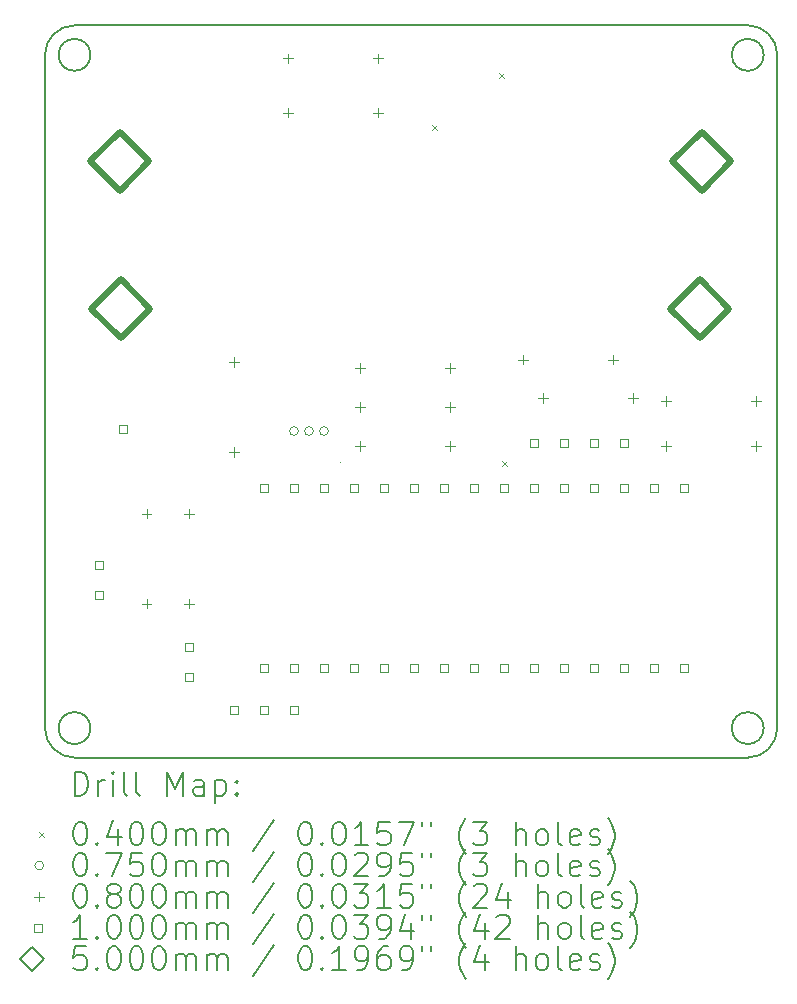
<source format=gbr>
%TF.GenerationSoftware,KiCad,Pcbnew,8.0.5*%
%TF.CreationDate,2024-12-03T18:06:48+01:00*%
%TF.ProjectId,Controller 1.4,436f6e74-726f-46c6-9c65-7220312e342e,rev?*%
%TF.SameCoordinates,Original*%
%TF.FileFunction,Drillmap*%
%TF.FilePolarity,Positive*%
%FSLAX45Y45*%
G04 Gerber Fmt 4.5, Leading zero omitted, Abs format (unit mm)*
G04 Created by KiCad (PCBNEW 8.0.5) date 2024-12-03 18:06:48*
%MOMM*%
%LPD*%
G01*
G04 APERTURE LIST*
%ADD10C,0.200000*%
%ADD11C,0.010050*%
%ADD12C,0.100000*%
%ADD13C,0.500000*%
G04 APERTURE END LIST*
D10*
X16690200Y-9880600D02*
G75*
G02*
X16440200Y-10130600I-250000J0D01*
G01*
X10875200Y-4180600D02*
G75*
G02*
X10605200Y-4180600I-135000J0D01*
G01*
X10605200Y-4180600D02*
G75*
G02*
X10875200Y-4180600I135000J0D01*
G01*
X16440200Y-3930600D02*
G75*
G02*
X16690200Y-4180600I0J-250000D01*
G01*
X10740200Y-3930600D02*
X16440200Y-3930600D01*
X10490200Y-9880600D02*
X10490200Y-4180600D01*
X10740200Y-10130600D02*
G75*
G02*
X10490200Y-9880600I0J250000D01*
G01*
X10875200Y-9880600D02*
G75*
G02*
X10605200Y-9880600I-135000J0D01*
G01*
X10605200Y-9880600D02*
G75*
G02*
X10875200Y-9880600I135000J0D01*
G01*
X16575200Y-9880600D02*
G75*
G02*
X16305200Y-9880600I-135000J0D01*
G01*
X16305200Y-9880600D02*
G75*
G02*
X16575200Y-9880600I135000J0D01*
G01*
X16575200Y-4180600D02*
G75*
G02*
X16305200Y-4180600I-135000J0D01*
G01*
X16305200Y-4180600D02*
G75*
G02*
X16575200Y-4180600I135000J0D01*
G01*
X16440200Y-10130600D02*
X10740200Y-10130600D01*
X10490200Y-4180600D02*
G75*
G02*
X10740200Y-3930600I250000J0D01*
G01*
X16690200Y-4180600D02*
X16690200Y-9880600D01*
D11*
X12990702Y-7630600D02*
G75*
G02*
X12989697Y-7630600I-503J0D01*
G01*
X12989697Y-7630600D02*
G75*
G02*
X12990702Y-7630600I503J0D01*
G01*
D10*
D12*
X13765800Y-4774200D02*
X13805800Y-4814200D01*
X13805800Y-4774200D02*
X13765800Y-4814200D01*
X14335109Y-4333605D02*
X14375109Y-4373605D01*
X14375109Y-4333605D02*
X14335109Y-4373605D01*
X14360000Y-7620000D02*
X14400000Y-7660000D01*
X14400000Y-7620000D02*
X14360000Y-7660000D01*
X12635900Y-7366000D02*
G75*
G02*
X12560900Y-7366000I-37500J0D01*
G01*
X12560900Y-7366000D02*
G75*
G02*
X12635900Y-7366000I37500J0D01*
G01*
X12762900Y-7366000D02*
G75*
G02*
X12687900Y-7366000I-37500J0D01*
G01*
X12687900Y-7366000D02*
G75*
G02*
X12762900Y-7366000I37500J0D01*
G01*
X12889900Y-7366000D02*
G75*
G02*
X12814900Y-7366000I-37500J0D01*
G01*
X12814900Y-7366000D02*
G75*
G02*
X12889900Y-7366000I37500J0D01*
G01*
X11350000Y-8025500D02*
X11350000Y-8105500D01*
X11310000Y-8065500D02*
X11390000Y-8065500D01*
X11350000Y-8787500D02*
X11350000Y-8867500D01*
X11310000Y-8827500D02*
X11390000Y-8827500D01*
X11709400Y-8025500D02*
X11709400Y-8105500D01*
X11669400Y-8065500D02*
X11749400Y-8065500D01*
X11709400Y-8787500D02*
X11709400Y-8867500D01*
X11669400Y-8827500D02*
X11749400Y-8827500D01*
X12090400Y-6741800D02*
X12090400Y-6821800D01*
X12050400Y-6781800D02*
X12130400Y-6781800D01*
X12090400Y-7503800D02*
X12090400Y-7583800D01*
X12050400Y-7543800D02*
X12130400Y-7543800D01*
X12546600Y-4170114D02*
X12546600Y-4250114D01*
X12506600Y-4210114D02*
X12586600Y-4210114D01*
X12547600Y-4630114D02*
X12547600Y-4710114D01*
X12507600Y-4670114D02*
X12587600Y-4670114D01*
X13157200Y-6792600D02*
X13157200Y-6872600D01*
X13117200Y-6832600D02*
X13197200Y-6832600D01*
X13157200Y-7122800D02*
X13157200Y-7202800D01*
X13117200Y-7162800D02*
X13197200Y-7162800D01*
X13157200Y-7453000D02*
X13157200Y-7533000D01*
X13117200Y-7493000D02*
X13197200Y-7493000D01*
X13308600Y-4170114D02*
X13308600Y-4250114D01*
X13268600Y-4210114D02*
X13348600Y-4210114D01*
X13309600Y-4630114D02*
X13309600Y-4710114D01*
X13269600Y-4670114D02*
X13349600Y-4670114D01*
X13919200Y-6792600D02*
X13919200Y-6872600D01*
X13879200Y-6832600D02*
X13959200Y-6832600D01*
X13919200Y-7122800D02*
X13919200Y-7202800D01*
X13879200Y-7162800D02*
X13959200Y-7162800D01*
X13919200Y-7453000D02*
X13919200Y-7533000D01*
X13879200Y-7493000D02*
X13959200Y-7493000D01*
X14539000Y-6720000D02*
X14539000Y-6800000D01*
X14499000Y-6760000D02*
X14579000Y-6760000D01*
X14706600Y-7046600D02*
X14706600Y-7126600D01*
X14666600Y-7086600D02*
X14746600Y-7086600D01*
X15301000Y-6720000D02*
X15301000Y-6800000D01*
X15261000Y-6760000D02*
X15341000Y-6760000D01*
X15468600Y-7046600D02*
X15468600Y-7126600D01*
X15428600Y-7086600D02*
X15508600Y-7086600D01*
X15748000Y-7072000D02*
X15748000Y-7152000D01*
X15708000Y-7112000D02*
X15788000Y-7112000D01*
X15748000Y-7453000D02*
X15748000Y-7533000D01*
X15708000Y-7493000D02*
X15788000Y-7493000D01*
X16510000Y-7072000D02*
X16510000Y-7152000D01*
X16470000Y-7112000D02*
X16550000Y-7112000D01*
X16510000Y-7453000D02*
X16510000Y-7533000D01*
X16470000Y-7493000D02*
X16550000Y-7493000D01*
X10985356Y-8533856D02*
X10985356Y-8463144D01*
X10914644Y-8463144D01*
X10914644Y-8533856D01*
X10985356Y-8533856D01*
X10985356Y-8787856D02*
X10985356Y-8717144D01*
X10914644Y-8717144D01*
X10914644Y-8787856D01*
X10985356Y-8787856D01*
X11185356Y-7385356D02*
X11185356Y-7314644D01*
X11114644Y-7314644D01*
X11114644Y-7385356D01*
X11185356Y-7385356D01*
X11744756Y-9230656D02*
X11744756Y-9159944D01*
X11674044Y-9159944D01*
X11674044Y-9230656D01*
X11744756Y-9230656D01*
X11744756Y-9484656D02*
X11744756Y-9413944D01*
X11674044Y-9413944D01*
X11674044Y-9484656D01*
X11744756Y-9484656D01*
X12125756Y-9763556D02*
X12125756Y-9692844D01*
X12055044Y-9692844D01*
X12055044Y-9763556D01*
X12125756Y-9763556D01*
X12379756Y-9763556D02*
X12379756Y-9692844D01*
X12309044Y-9692844D01*
X12309044Y-9763556D01*
X12379756Y-9763556D01*
X12379756Y-7883956D02*
X12379756Y-7813244D01*
X12309044Y-7813244D01*
X12309044Y-7883956D01*
X12379756Y-7883956D01*
X12379756Y-9407956D02*
X12379756Y-9337244D01*
X12309044Y-9337244D01*
X12309044Y-9407956D01*
X12379756Y-9407956D01*
X12633756Y-9763556D02*
X12633756Y-9692844D01*
X12563044Y-9692844D01*
X12563044Y-9763556D01*
X12633756Y-9763556D01*
X12633756Y-7883956D02*
X12633756Y-7813244D01*
X12563044Y-7813244D01*
X12563044Y-7883956D01*
X12633756Y-7883956D01*
X12633756Y-9407956D02*
X12633756Y-9337244D01*
X12563044Y-9337244D01*
X12563044Y-9407956D01*
X12633756Y-9407956D01*
X12887756Y-9407956D02*
X12887756Y-9337244D01*
X12817044Y-9337244D01*
X12817044Y-9407956D01*
X12887756Y-9407956D01*
X12887756Y-7883956D02*
X12887756Y-7813244D01*
X12817044Y-7813244D01*
X12817044Y-7883956D01*
X12887756Y-7883956D01*
X13141756Y-7883956D02*
X13141756Y-7813244D01*
X13071044Y-7813244D01*
X13071044Y-7883956D01*
X13141756Y-7883956D01*
X13141756Y-9407956D02*
X13141756Y-9337244D01*
X13071044Y-9337244D01*
X13071044Y-9407956D01*
X13141756Y-9407956D01*
X13395756Y-7883956D02*
X13395756Y-7813244D01*
X13325044Y-7813244D01*
X13325044Y-7883956D01*
X13395756Y-7883956D01*
X13395756Y-9407956D02*
X13395756Y-9337244D01*
X13325044Y-9337244D01*
X13325044Y-9407956D01*
X13395756Y-9407956D01*
X13649756Y-7883956D02*
X13649756Y-7813244D01*
X13579044Y-7813244D01*
X13579044Y-7883956D01*
X13649756Y-7883956D01*
X13649756Y-9407956D02*
X13649756Y-9337244D01*
X13579044Y-9337244D01*
X13579044Y-9407956D01*
X13649756Y-9407956D01*
X13903756Y-7883956D02*
X13903756Y-7813244D01*
X13833044Y-7813244D01*
X13833044Y-7883956D01*
X13903756Y-7883956D01*
X13903756Y-9407956D02*
X13903756Y-9337244D01*
X13833044Y-9337244D01*
X13833044Y-9407956D01*
X13903756Y-9407956D01*
X14157756Y-7883956D02*
X14157756Y-7813244D01*
X14087044Y-7813244D01*
X14087044Y-7883956D01*
X14157756Y-7883956D01*
X14157756Y-9407956D02*
X14157756Y-9337244D01*
X14087044Y-9337244D01*
X14087044Y-9407956D01*
X14157756Y-9407956D01*
X14411756Y-7883956D02*
X14411756Y-7813244D01*
X14341044Y-7813244D01*
X14341044Y-7883956D01*
X14411756Y-7883956D01*
X14411756Y-9407956D02*
X14411756Y-9337244D01*
X14341044Y-9337244D01*
X14341044Y-9407956D01*
X14411756Y-9407956D01*
X14665756Y-7502956D02*
X14665756Y-7432244D01*
X14595044Y-7432244D01*
X14595044Y-7502956D01*
X14665756Y-7502956D01*
X14665756Y-7883956D02*
X14665756Y-7813244D01*
X14595044Y-7813244D01*
X14595044Y-7883956D01*
X14665756Y-7883956D01*
X14665756Y-9407956D02*
X14665756Y-9337244D01*
X14595044Y-9337244D01*
X14595044Y-9407956D01*
X14665756Y-9407956D01*
X14919756Y-7502956D02*
X14919756Y-7432244D01*
X14849044Y-7432244D01*
X14849044Y-7502956D01*
X14919756Y-7502956D01*
X14919756Y-7883956D02*
X14919756Y-7813244D01*
X14849044Y-7813244D01*
X14849044Y-7883956D01*
X14919756Y-7883956D01*
X14919756Y-9407956D02*
X14919756Y-9337244D01*
X14849044Y-9337244D01*
X14849044Y-9407956D01*
X14919756Y-9407956D01*
X15173756Y-7502956D02*
X15173756Y-7432244D01*
X15103044Y-7432244D01*
X15103044Y-7502956D01*
X15173756Y-7502956D01*
X15173756Y-9407956D02*
X15173756Y-9337244D01*
X15103044Y-9337244D01*
X15103044Y-9407956D01*
X15173756Y-9407956D01*
X15173756Y-7883956D02*
X15173756Y-7813244D01*
X15103044Y-7813244D01*
X15103044Y-7883956D01*
X15173756Y-7883956D01*
X15427756Y-7502956D02*
X15427756Y-7432244D01*
X15357044Y-7432244D01*
X15357044Y-7502956D01*
X15427756Y-7502956D01*
X15427756Y-7883956D02*
X15427756Y-7813244D01*
X15357044Y-7813244D01*
X15357044Y-7883956D01*
X15427756Y-7883956D01*
X15427756Y-9407956D02*
X15427756Y-9337244D01*
X15357044Y-9337244D01*
X15357044Y-9407956D01*
X15427756Y-9407956D01*
X15681756Y-7883956D02*
X15681756Y-7813244D01*
X15611044Y-7813244D01*
X15611044Y-7883956D01*
X15681756Y-7883956D01*
X15681756Y-9407956D02*
X15681756Y-9337244D01*
X15611044Y-9337244D01*
X15611044Y-9407956D01*
X15681756Y-9407956D01*
X15935756Y-7883956D02*
X15935756Y-7813244D01*
X15865044Y-7813244D01*
X15865044Y-7883956D01*
X15935756Y-7883956D01*
X15935756Y-9407956D02*
X15935756Y-9337244D01*
X15865044Y-9337244D01*
X15865044Y-9407956D01*
X15935756Y-9407956D01*
D13*
X11123800Y-5333114D02*
X11373800Y-5083114D01*
X11123800Y-4833114D01*
X10873800Y-5083114D01*
X11123800Y-5333114D01*
X11132200Y-6580000D02*
X11382200Y-6330000D01*
X11132200Y-6080000D01*
X10882200Y-6330000D01*
X11132200Y-6580000D01*
X16034400Y-6580000D02*
X16284400Y-6330000D01*
X16034400Y-6080000D01*
X15784400Y-6330000D01*
X16034400Y-6580000D01*
X16051400Y-5333114D02*
X16301400Y-5083114D01*
X16051400Y-4833114D01*
X15801400Y-5083114D01*
X16051400Y-5333114D01*
D10*
X10740977Y-10452084D02*
X10740977Y-10252084D01*
X10740977Y-10252084D02*
X10788596Y-10252084D01*
X10788596Y-10252084D02*
X10817167Y-10261608D01*
X10817167Y-10261608D02*
X10836215Y-10280655D01*
X10836215Y-10280655D02*
X10845739Y-10299703D01*
X10845739Y-10299703D02*
X10855263Y-10337798D01*
X10855263Y-10337798D02*
X10855263Y-10366370D01*
X10855263Y-10366370D02*
X10845739Y-10404465D01*
X10845739Y-10404465D02*
X10836215Y-10423512D01*
X10836215Y-10423512D02*
X10817167Y-10442560D01*
X10817167Y-10442560D02*
X10788596Y-10452084D01*
X10788596Y-10452084D02*
X10740977Y-10452084D01*
X10940977Y-10452084D02*
X10940977Y-10318751D01*
X10940977Y-10356846D02*
X10950501Y-10337798D01*
X10950501Y-10337798D02*
X10960024Y-10328274D01*
X10960024Y-10328274D02*
X10979072Y-10318751D01*
X10979072Y-10318751D02*
X10998120Y-10318751D01*
X11064786Y-10452084D02*
X11064786Y-10318751D01*
X11064786Y-10252084D02*
X11055263Y-10261608D01*
X11055263Y-10261608D02*
X11064786Y-10271132D01*
X11064786Y-10271132D02*
X11074310Y-10261608D01*
X11074310Y-10261608D02*
X11064786Y-10252084D01*
X11064786Y-10252084D02*
X11064786Y-10271132D01*
X11188596Y-10452084D02*
X11169548Y-10442560D01*
X11169548Y-10442560D02*
X11160024Y-10423512D01*
X11160024Y-10423512D02*
X11160024Y-10252084D01*
X11293358Y-10452084D02*
X11274310Y-10442560D01*
X11274310Y-10442560D02*
X11264786Y-10423512D01*
X11264786Y-10423512D02*
X11264786Y-10252084D01*
X11521929Y-10452084D02*
X11521929Y-10252084D01*
X11521929Y-10252084D02*
X11588596Y-10394941D01*
X11588596Y-10394941D02*
X11655262Y-10252084D01*
X11655262Y-10252084D02*
X11655262Y-10452084D01*
X11836215Y-10452084D02*
X11836215Y-10347322D01*
X11836215Y-10347322D02*
X11826691Y-10328274D01*
X11826691Y-10328274D02*
X11807643Y-10318751D01*
X11807643Y-10318751D02*
X11769548Y-10318751D01*
X11769548Y-10318751D02*
X11750501Y-10328274D01*
X11836215Y-10442560D02*
X11817167Y-10452084D01*
X11817167Y-10452084D02*
X11769548Y-10452084D01*
X11769548Y-10452084D02*
X11750501Y-10442560D01*
X11750501Y-10442560D02*
X11740977Y-10423512D01*
X11740977Y-10423512D02*
X11740977Y-10404465D01*
X11740977Y-10404465D02*
X11750501Y-10385417D01*
X11750501Y-10385417D02*
X11769548Y-10375893D01*
X11769548Y-10375893D02*
X11817167Y-10375893D01*
X11817167Y-10375893D02*
X11836215Y-10366370D01*
X11931453Y-10318751D02*
X11931453Y-10518751D01*
X11931453Y-10328274D02*
X11950501Y-10318751D01*
X11950501Y-10318751D02*
X11988596Y-10318751D01*
X11988596Y-10318751D02*
X12007643Y-10328274D01*
X12007643Y-10328274D02*
X12017167Y-10337798D01*
X12017167Y-10337798D02*
X12026691Y-10356846D01*
X12026691Y-10356846D02*
X12026691Y-10413989D01*
X12026691Y-10413989D02*
X12017167Y-10433036D01*
X12017167Y-10433036D02*
X12007643Y-10442560D01*
X12007643Y-10442560D02*
X11988596Y-10452084D01*
X11988596Y-10452084D02*
X11950501Y-10452084D01*
X11950501Y-10452084D02*
X11931453Y-10442560D01*
X12112405Y-10433036D02*
X12121929Y-10442560D01*
X12121929Y-10442560D02*
X12112405Y-10452084D01*
X12112405Y-10452084D02*
X12102882Y-10442560D01*
X12102882Y-10442560D02*
X12112405Y-10433036D01*
X12112405Y-10433036D02*
X12112405Y-10452084D01*
X12112405Y-10328274D02*
X12121929Y-10337798D01*
X12121929Y-10337798D02*
X12112405Y-10347322D01*
X12112405Y-10347322D02*
X12102882Y-10337798D01*
X12102882Y-10337798D02*
X12112405Y-10328274D01*
X12112405Y-10328274D02*
X12112405Y-10347322D01*
D12*
X10440200Y-10760600D02*
X10480200Y-10800600D01*
X10480200Y-10760600D02*
X10440200Y-10800600D01*
D10*
X10779072Y-10672084D02*
X10798120Y-10672084D01*
X10798120Y-10672084D02*
X10817167Y-10681608D01*
X10817167Y-10681608D02*
X10826691Y-10691132D01*
X10826691Y-10691132D02*
X10836215Y-10710179D01*
X10836215Y-10710179D02*
X10845739Y-10748274D01*
X10845739Y-10748274D02*
X10845739Y-10795893D01*
X10845739Y-10795893D02*
X10836215Y-10833989D01*
X10836215Y-10833989D02*
X10826691Y-10853036D01*
X10826691Y-10853036D02*
X10817167Y-10862560D01*
X10817167Y-10862560D02*
X10798120Y-10872084D01*
X10798120Y-10872084D02*
X10779072Y-10872084D01*
X10779072Y-10872084D02*
X10760024Y-10862560D01*
X10760024Y-10862560D02*
X10750501Y-10853036D01*
X10750501Y-10853036D02*
X10740977Y-10833989D01*
X10740977Y-10833989D02*
X10731453Y-10795893D01*
X10731453Y-10795893D02*
X10731453Y-10748274D01*
X10731453Y-10748274D02*
X10740977Y-10710179D01*
X10740977Y-10710179D02*
X10750501Y-10691132D01*
X10750501Y-10691132D02*
X10760024Y-10681608D01*
X10760024Y-10681608D02*
X10779072Y-10672084D01*
X10931453Y-10853036D02*
X10940977Y-10862560D01*
X10940977Y-10862560D02*
X10931453Y-10872084D01*
X10931453Y-10872084D02*
X10921929Y-10862560D01*
X10921929Y-10862560D02*
X10931453Y-10853036D01*
X10931453Y-10853036D02*
X10931453Y-10872084D01*
X11112405Y-10738751D02*
X11112405Y-10872084D01*
X11064786Y-10662560D02*
X11017167Y-10805417D01*
X11017167Y-10805417D02*
X11140977Y-10805417D01*
X11255262Y-10672084D02*
X11274310Y-10672084D01*
X11274310Y-10672084D02*
X11293358Y-10681608D01*
X11293358Y-10681608D02*
X11302882Y-10691132D01*
X11302882Y-10691132D02*
X11312405Y-10710179D01*
X11312405Y-10710179D02*
X11321929Y-10748274D01*
X11321929Y-10748274D02*
X11321929Y-10795893D01*
X11321929Y-10795893D02*
X11312405Y-10833989D01*
X11312405Y-10833989D02*
X11302882Y-10853036D01*
X11302882Y-10853036D02*
X11293358Y-10862560D01*
X11293358Y-10862560D02*
X11274310Y-10872084D01*
X11274310Y-10872084D02*
X11255262Y-10872084D01*
X11255262Y-10872084D02*
X11236215Y-10862560D01*
X11236215Y-10862560D02*
X11226691Y-10853036D01*
X11226691Y-10853036D02*
X11217167Y-10833989D01*
X11217167Y-10833989D02*
X11207643Y-10795893D01*
X11207643Y-10795893D02*
X11207643Y-10748274D01*
X11207643Y-10748274D02*
X11217167Y-10710179D01*
X11217167Y-10710179D02*
X11226691Y-10691132D01*
X11226691Y-10691132D02*
X11236215Y-10681608D01*
X11236215Y-10681608D02*
X11255262Y-10672084D01*
X11445739Y-10672084D02*
X11464786Y-10672084D01*
X11464786Y-10672084D02*
X11483834Y-10681608D01*
X11483834Y-10681608D02*
X11493358Y-10691132D01*
X11493358Y-10691132D02*
X11502882Y-10710179D01*
X11502882Y-10710179D02*
X11512405Y-10748274D01*
X11512405Y-10748274D02*
X11512405Y-10795893D01*
X11512405Y-10795893D02*
X11502882Y-10833989D01*
X11502882Y-10833989D02*
X11493358Y-10853036D01*
X11493358Y-10853036D02*
X11483834Y-10862560D01*
X11483834Y-10862560D02*
X11464786Y-10872084D01*
X11464786Y-10872084D02*
X11445739Y-10872084D01*
X11445739Y-10872084D02*
X11426691Y-10862560D01*
X11426691Y-10862560D02*
X11417167Y-10853036D01*
X11417167Y-10853036D02*
X11407643Y-10833989D01*
X11407643Y-10833989D02*
X11398120Y-10795893D01*
X11398120Y-10795893D02*
X11398120Y-10748274D01*
X11398120Y-10748274D02*
X11407643Y-10710179D01*
X11407643Y-10710179D02*
X11417167Y-10691132D01*
X11417167Y-10691132D02*
X11426691Y-10681608D01*
X11426691Y-10681608D02*
X11445739Y-10672084D01*
X11598120Y-10872084D02*
X11598120Y-10738751D01*
X11598120Y-10757798D02*
X11607643Y-10748274D01*
X11607643Y-10748274D02*
X11626691Y-10738751D01*
X11626691Y-10738751D02*
X11655263Y-10738751D01*
X11655263Y-10738751D02*
X11674310Y-10748274D01*
X11674310Y-10748274D02*
X11683834Y-10767322D01*
X11683834Y-10767322D02*
X11683834Y-10872084D01*
X11683834Y-10767322D02*
X11693358Y-10748274D01*
X11693358Y-10748274D02*
X11712405Y-10738751D01*
X11712405Y-10738751D02*
X11740977Y-10738751D01*
X11740977Y-10738751D02*
X11760024Y-10748274D01*
X11760024Y-10748274D02*
X11769548Y-10767322D01*
X11769548Y-10767322D02*
X11769548Y-10872084D01*
X11864786Y-10872084D02*
X11864786Y-10738751D01*
X11864786Y-10757798D02*
X11874310Y-10748274D01*
X11874310Y-10748274D02*
X11893358Y-10738751D01*
X11893358Y-10738751D02*
X11921929Y-10738751D01*
X11921929Y-10738751D02*
X11940977Y-10748274D01*
X11940977Y-10748274D02*
X11950501Y-10767322D01*
X11950501Y-10767322D02*
X11950501Y-10872084D01*
X11950501Y-10767322D02*
X11960024Y-10748274D01*
X11960024Y-10748274D02*
X11979072Y-10738751D01*
X11979072Y-10738751D02*
X12007643Y-10738751D01*
X12007643Y-10738751D02*
X12026691Y-10748274D01*
X12026691Y-10748274D02*
X12036215Y-10767322D01*
X12036215Y-10767322D02*
X12036215Y-10872084D01*
X12426691Y-10662560D02*
X12255263Y-10919703D01*
X12683834Y-10672084D02*
X12702882Y-10672084D01*
X12702882Y-10672084D02*
X12721929Y-10681608D01*
X12721929Y-10681608D02*
X12731453Y-10691132D01*
X12731453Y-10691132D02*
X12740977Y-10710179D01*
X12740977Y-10710179D02*
X12750501Y-10748274D01*
X12750501Y-10748274D02*
X12750501Y-10795893D01*
X12750501Y-10795893D02*
X12740977Y-10833989D01*
X12740977Y-10833989D02*
X12731453Y-10853036D01*
X12731453Y-10853036D02*
X12721929Y-10862560D01*
X12721929Y-10862560D02*
X12702882Y-10872084D01*
X12702882Y-10872084D02*
X12683834Y-10872084D01*
X12683834Y-10872084D02*
X12664786Y-10862560D01*
X12664786Y-10862560D02*
X12655263Y-10853036D01*
X12655263Y-10853036D02*
X12645739Y-10833989D01*
X12645739Y-10833989D02*
X12636215Y-10795893D01*
X12636215Y-10795893D02*
X12636215Y-10748274D01*
X12636215Y-10748274D02*
X12645739Y-10710179D01*
X12645739Y-10710179D02*
X12655263Y-10691132D01*
X12655263Y-10691132D02*
X12664786Y-10681608D01*
X12664786Y-10681608D02*
X12683834Y-10672084D01*
X12836215Y-10853036D02*
X12845739Y-10862560D01*
X12845739Y-10862560D02*
X12836215Y-10872084D01*
X12836215Y-10872084D02*
X12826691Y-10862560D01*
X12826691Y-10862560D02*
X12836215Y-10853036D01*
X12836215Y-10853036D02*
X12836215Y-10872084D01*
X12969548Y-10672084D02*
X12988596Y-10672084D01*
X12988596Y-10672084D02*
X13007644Y-10681608D01*
X13007644Y-10681608D02*
X13017167Y-10691132D01*
X13017167Y-10691132D02*
X13026691Y-10710179D01*
X13026691Y-10710179D02*
X13036215Y-10748274D01*
X13036215Y-10748274D02*
X13036215Y-10795893D01*
X13036215Y-10795893D02*
X13026691Y-10833989D01*
X13026691Y-10833989D02*
X13017167Y-10853036D01*
X13017167Y-10853036D02*
X13007644Y-10862560D01*
X13007644Y-10862560D02*
X12988596Y-10872084D01*
X12988596Y-10872084D02*
X12969548Y-10872084D01*
X12969548Y-10872084D02*
X12950501Y-10862560D01*
X12950501Y-10862560D02*
X12940977Y-10853036D01*
X12940977Y-10853036D02*
X12931453Y-10833989D01*
X12931453Y-10833989D02*
X12921929Y-10795893D01*
X12921929Y-10795893D02*
X12921929Y-10748274D01*
X12921929Y-10748274D02*
X12931453Y-10710179D01*
X12931453Y-10710179D02*
X12940977Y-10691132D01*
X12940977Y-10691132D02*
X12950501Y-10681608D01*
X12950501Y-10681608D02*
X12969548Y-10672084D01*
X13226691Y-10872084D02*
X13112406Y-10872084D01*
X13169548Y-10872084D02*
X13169548Y-10672084D01*
X13169548Y-10672084D02*
X13150501Y-10700655D01*
X13150501Y-10700655D02*
X13131453Y-10719703D01*
X13131453Y-10719703D02*
X13112406Y-10729227D01*
X13407644Y-10672084D02*
X13312406Y-10672084D01*
X13312406Y-10672084D02*
X13302882Y-10767322D01*
X13302882Y-10767322D02*
X13312406Y-10757798D01*
X13312406Y-10757798D02*
X13331453Y-10748274D01*
X13331453Y-10748274D02*
X13379072Y-10748274D01*
X13379072Y-10748274D02*
X13398120Y-10757798D01*
X13398120Y-10757798D02*
X13407644Y-10767322D01*
X13407644Y-10767322D02*
X13417167Y-10786370D01*
X13417167Y-10786370D02*
X13417167Y-10833989D01*
X13417167Y-10833989D02*
X13407644Y-10853036D01*
X13407644Y-10853036D02*
X13398120Y-10862560D01*
X13398120Y-10862560D02*
X13379072Y-10872084D01*
X13379072Y-10872084D02*
X13331453Y-10872084D01*
X13331453Y-10872084D02*
X13312406Y-10862560D01*
X13312406Y-10862560D02*
X13302882Y-10853036D01*
X13483834Y-10672084D02*
X13617167Y-10672084D01*
X13617167Y-10672084D02*
X13531453Y-10872084D01*
X13683834Y-10672084D02*
X13683834Y-10710179D01*
X13760025Y-10672084D02*
X13760025Y-10710179D01*
X14055263Y-10948274D02*
X14045739Y-10938751D01*
X14045739Y-10938751D02*
X14026691Y-10910179D01*
X14026691Y-10910179D02*
X14017168Y-10891132D01*
X14017168Y-10891132D02*
X14007644Y-10862560D01*
X14007644Y-10862560D02*
X13998120Y-10814941D01*
X13998120Y-10814941D02*
X13998120Y-10776846D01*
X13998120Y-10776846D02*
X14007644Y-10729227D01*
X14007644Y-10729227D02*
X14017168Y-10700655D01*
X14017168Y-10700655D02*
X14026691Y-10681608D01*
X14026691Y-10681608D02*
X14045739Y-10653036D01*
X14045739Y-10653036D02*
X14055263Y-10643512D01*
X14112406Y-10672084D02*
X14236215Y-10672084D01*
X14236215Y-10672084D02*
X14169548Y-10748274D01*
X14169548Y-10748274D02*
X14198120Y-10748274D01*
X14198120Y-10748274D02*
X14217168Y-10757798D01*
X14217168Y-10757798D02*
X14226691Y-10767322D01*
X14226691Y-10767322D02*
X14236215Y-10786370D01*
X14236215Y-10786370D02*
X14236215Y-10833989D01*
X14236215Y-10833989D02*
X14226691Y-10853036D01*
X14226691Y-10853036D02*
X14217168Y-10862560D01*
X14217168Y-10862560D02*
X14198120Y-10872084D01*
X14198120Y-10872084D02*
X14140977Y-10872084D01*
X14140977Y-10872084D02*
X14121929Y-10862560D01*
X14121929Y-10862560D02*
X14112406Y-10853036D01*
X14474310Y-10872084D02*
X14474310Y-10672084D01*
X14560025Y-10872084D02*
X14560025Y-10767322D01*
X14560025Y-10767322D02*
X14550501Y-10748274D01*
X14550501Y-10748274D02*
X14531453Y-10738751D01*
X14531453Y-10738751D02*
X14502882Y-10738751D01*
X14502882Y-10738751D02*
X14483834Y-10748274D01*
X14483834Y-10748274D02*
X14474310Y-10757798D01*
X14683834Y-10872084D02*
X14664787Y-10862560D01*
X14664787Y-10862560D02*
X14655263Y-10853036D01*
X14655263Y-10853036D02*
X14645739Y-10833989D01*
X14645739Y-10833989D02*
X14645739Y-10776846D01*
X14645739Y-10776846D02*
X14655263Y-10757798D01*
X14655263Y-10757798D02*
X14664787Y-10748274D01*
X14664787Y-10748274D02*
X14683834Y-10738751D01*
X14683834Y-10738751D02*
X14712406Y-10738751D01*
X14712406Y-10738751D02*
X14731453Y-10748274D01*
X14731453Y-10748274D02*
X14740977Y-10757798D01*
X14740977Y-10757798D02*
X14750501Y-10776846D01*
X14750501Y-10776846D02*
X14750501Y-10833989D01*
X14750501Y-10833989D02*
X14740977Y-10853036D01*
X14740977Y-10853036D02*
X14731453Y-10862560D01*
X14731453Y-10862560D02*
X14712406Y-10872084D01*
X14712406Y-10872084D02*
X14683834Y-10872084D01*
X14864787Y-10872084D02*
X14845739Y-10862560D01*
X14845739Y-10862560D02*
X14836215Y-10843512D01*
X14836215Y-10843512D02*
X14836215Y-10672084D01*
X15017168Y-10862560D02*
X14998120Y-10872084D01*
X14998120Y-10872084D02*
X14960025Y-10872084D01*
X14960025Y-10872084D02*
X14940977Y-10862560D01*
X14940977Y-10862560D02*
X14931453Y-10843512D01*
X14931453Y-10843512D02*
X14931453Y-10767322D01*
X14931453Y-10767322D02*
X14940977Y-10748274D01*
X14940977Y-10748274D02*
X14960025Y-10738751D01*
X14960025Y-10738751D02*
X14998120Y-10738751D01*
X14998120Y-10738751D02*
X15017168Y-10748274D01*
X15017168Y-10748274D02*
X15026691Y-10767322D01*
X15026691Y-10767322D02*
X15026691Y-10786370D01*
X15026691Y-10786370D02*
X14931453Y-10805417D01*
X15102882Y-10862560D02*
X15121930Y-10872084D01*
X15121930Y-10872084D02*
X15160025Y-10872084D01*
X15160025Y-10872084D02*
X15179072Y-10862560D01*
X15179072Y-10862560D02*
X15188596Y-10843512D01*
X15188596Y-10843512D02*
X15188596Y-10833989D01*
X15188596Y-10833989D02*
X15179072Y-10814941D01*
X15179072Y-10814941D02*
X15160025Y-10805417D01*
X15160025Y-10805417D02*
X15131453Y-10805417D01*
X15131453Y-10805417D02*
X15112406Y-10795893D01*
X15112406Y-10795893D02*
X15102882Y-10776846D01*
X15102882Y-10776846D02*
X15102882Y-10767322D01*
X15102882Y-10767322D02*
X15112406Y-10748274D01*
X15112406Y-10748274D02*
X15131453Y-10738751D01*
X15131453Y-10738751D02*
X15160025Y-10738751D01*
X15160025Y-10738751D02*
X15179072Y-10748274D01*
X15255263Y-10948274D02*
X15264787Y-10938751D01*
X15264787Y-10938751D02*
X15283834Y-10910179D01*
X15283834Y-10910179D02*
X15293358Y-10891132D01*
X15293358Y-10891132D02*
X15302882Y-10862560D01*
X15302882Y-10862560D02*
X15312406Y-10814941D01*
X15312406Y-10814941D02*
X15312406Y-10776846D01*
X15312406Y-10776846D02*
X15302882Y-10729227D01*
X15302882Y-10729227D02*
X15293358Y-10700655D01*
X15293358Y-10700655D02*
X15283834Y-10681608D01*
X15283834Y-10681608D02*
X15264787Y-10653036D01*
X15264787Y-10653036D02*
X15255263Y-10643512D01*
D12*
X10480200Y-11044600D02*
G75*
G02*
X10405200Y-11044600I-37500J0D01*
G01*
X10405200Y-11044600D02*
G75*
G02*
X10480200Y-11044600I37500J0D01*
G01*
D10*
X10779072Y-10936084D02*
X10798120Y-10936084D01*
X10798120Y-10936084D02*
X10817167Y-10945608D01*
X10817167Y-10945608D02*
X10826691Y-10955132D01*
X10826691Y-10955132D02*
X10836215Y-10974179D01*
X10836215Y-10974179D02*
X10845739Y-11012274D01*
X10845739Y-11012274D02*
X10845739Y-11059893D01*
X10845739Y-11059893D02*
X10836215Y-11097989D01*
X10836215Y-11097989D02*
X10826691Y-11117036D01*
X10826691Y-11117036D02*
X10817167Y-11126560D01*
X10817167Y-11126560D02*
X10798120Y-11136084D01*
X10798120Y-11136084D02*
X10779072Y-11136084D01*
X10779072Y-11136084D02*
X10760024Y-11126560D01*
X10760024Y-11126560D02*
X10750501Y-11117036D01*
X10750501Y-11117036D02*
X10740977Y-11097989D01*
X10740977Y-11097989D02*
X10731453Y-11059893D01*
X10731453Y-11059893D02*
X10731453Y-11012274D01*
X10731453Y-11012274D02*
X10740977Y-10974179D01*
X10740977Y-10974179D02*
X10750501Y-10955132D01*
X10750501Y-10955132D02*
X10760024Y-10945608D01*
X10760024Y-10945608D02*
X10779072Y-10936084D01*
X10931453Y-11117036D02*
X10940977Y-11126560D01*
X10940977Y-11126560D02*
X10931453Y-11136084D01*
X10931453Y-11136084D02*
X10921929Y-11126560D01*
X10921929Y-11126560D02*
X10931453Y-11117036D01*
X10931453Y-11117036D02*
X10931453Y-11136084D01*
X11007644Y-10936084D02*
X11140977Y-10936084D01*
X11140977Y-10936084D02*
X11055263Y-11136084D01*
X11312405Y-10936084D02*
X11217167Y-10936084D01*
X11217167Y-10936084D02*
X11207643Y-11031322D01*
X11207643Y-11031322D02*
X11217167Y-11021798D01*
X11217167Y-11021798D02*
X11236215Y-11012274D01*
X11236215Y-11012274D02*
X11283834Y-11012274D01*
X11283834Y-11012274D02*
X11302882Y-11021798D01*
X11302882Y-11021798D02*
X11312405Y-11031322D01*
X11312405Y-11031322D02*
X11321929Y-11050370D01*
X11321929Y-11050370D02*
X11321929Y-11097989D01*
X11321929Y-11097989D02*
X11312405Y-11117036D01*
X11312405Y-11117036D02*
X11302882Y-11126560D01*
X11302882Y-11126560D02*
X11283834Y-11136084D01*
X11283834Y-11136084D02*
X11236215Y-11136084D01*
X11236215Y-11136084D02*
X11217167Y-11126560D01*
X11217167Y-11126560D02*
X11207643Y-11117036D01*
X11445739Y-10936084D02*
X11464786Y-10936084D01*
X11464786Y-10936084D02*
X11483834Y-10945608D01*
X11483834Y-10945608D02*
X11493358Y-10955132D01*
X11493358Y-10955132D02*
X11502882Y-10974179D01*
X11502882Y-10974179D02*
X11512405Y-11012274D01*
X11512405Y-11012274D02*
X11512405Y-11059893D01*
X11512405Y-11059893D02*
X11502882Y-11097989D01*
X11502882Y-11097989D02*
X11493358Y-11117036D01*
X11493358Y-11117036D02*
X11483834Y-11126560D01*
X11483834Y-11126560D02*
X11464786Y-11136084D01*
X11464786Y-11136084D02*
X11445739Y-11136084D01*
X11445739Y-11136084D02*
X11426691Y-11126560D01*
X11426691Y-11126560D02*
X11417167Y-11117036D01*
X11417167Y-11117036D02*
X11407643Y-11097989D01*
X11407643Y-11097989D02*
X11398120Y-11059893D01*
X11398120Y-11059893D02*
X11398120Y-11012274D01*
X11398120Y-11012274D02*
X11407643Y-10974179D01*
X11407643Y-10974179D02*
X11417167Y-10955132D01*
X11417167Y-10955132D02*
X11426691Y-10945608D01*
X11426691Y-10945608D02*
X11445739Y-10936084D01*
X11598120Y-11136084D02*
X11598120Y-11002751D01*
X11598120Y-11021798D02*
X11607643Y-11012274D01*
X11607643Y-11012274D02*
X11626691Y-11002751D01*
X11626691Y-11002751D02*
X11655263Y-11002751D01*
X11655263Y-11002751D02*
X11674310Y-11012274D01*
X11674310Y-11012274D02*
X11683834Y-11031322D01*
X11683834Y-11031322D02*
X11683834Y-11136084D01*
X11683834Y-11031322D02*
X11693358Y-11012274D01*
X11693358Y-11012274D02*
X11712405Y-11002751D01*
X11712405Y-11002751D02*
X11740977Y-11002751D01*
X11740977Y-11002751D02*
X11760024Y-11012274D01*
X11760024Y-11012274D02*
X11769548Y-11031322D01*
X11769548Y-11031322D02*
X11769548Y-11136084D01*
X11864786Y-11136084D02*
X11864786Y-11002751D01*
X11864786Y-11021798D02*
X11874310Y-11012274D01*
X11874310Y-11012274D02*
X11893358Y-11002751D01*
X11893358Y-11002751D02*
X11921929Y-11002751D01*
X11921929Y-11002751D02*
X11940977Y-11012274D01*
X11940977Y-11012274D02*
X11950501Y-11031322D01*
X11950501Y-11031322D02*
X11950501Y-11136084D01*
X11950501Y-11031322D02*
X11960024Y-11012274D01*
X11960024Y-11012274D02*
X11979072Y-11002751D01*
X11979072Y-11002751D02*
X12007643Y-11002751D01*
X12007643Y-11002751D02*
X12026691Y-11012274D01*
X12026691Y-11012274D02*
X12036215Y-11031322D01*
X12036215Y-11031322D02*
X12036215Y-11136084D01*
X12426691Y-10926560D02*
X12255263Y-11183703D01*
X12683834Y-10936084D02*
X12702882Y-10936084D01*
X12702882Y-10936084D02*
X12721929Y-10945608D01*
X12721929Y-10945608D02*
X12731453Y-10955132D01*
X12731453Y-10955132D02*
X12740977Y-10974179D01*
X12740977Y-10974179D02*
X12750501Y-11012274D01*
X12750501Y-11012274D02*
X12750501Y-11059893D01*
X12750501Y-11059893D02*
X12740977Y-11097989D01*
X12740977Y-11097989D02*
X12731453Y-11117036D01*
X12731453Y-11117036D02*
X12721929Y-11126560D01*
X12721929Y-11126560D02*
X12702882Y-11136084D01*
X12702882Y-11136084D02*
X12683834Y-11136084D01*
X12683834Y-11136084D02*
X12664786Y-11126560D01*
X12664786Y-11126560D02*
X12655263Y-11117036D01*
X12655263Y-11117036D02*
X12645739Y-11097989D01*
X12645739Y-11097989D02*
X12636215Y-11059893D01*
X12636215Y-11059893D02*
X12636215Y-11012274D01*
X12636215Y-11012274D02*
X12645739Y-10974179D01*
X12645739Y-10974179D02*
X12655263Y-10955132D01*
X12655263Y-10955132D02*
X12664786Y-10945608D01*
X12664786Y-10945608D02*
X12683834Y-10936084D01*
X12836215Y-11117036D02*
X12845739Y-11126560D01*
X12845739Y-11126560D02*
X12836215Y-11136084D01*
X12836215Y-11136084D02*
X12826691Y-11126560D01*
X12826691Y-11126560D02*
X12836215Y-11117036D01*
X12836215Y-11117036D02*
X12836215Y-11136084D01*
X12969548Y-10936084D02*
X12988596Y-10936084D01*
X12988596Y-10936084D02*
X13007644Y-10945608D01*
X13007644Y-10945608D02*
X13017167Y-10955132D01*
X13017167Y-10955132D02*
X13026691Y-10974179D01*
X13026691Y-10974179D02*
X13036215Y-11012274D01*
X13036215Y-11012274D02*
X13036215Y-11059893D01*
X13036215Y-11059893D02*
X13026691Y-11097989D01*
X13026691Y-11097989D02*
X13017167Y-11117036D01*
X13017167Y-11117036D02*
X13007644Y-11126560D01*
X13007644Y-11126560D02*
X12988596Y-11136084D01*
X12988596Y-11136084D02*
X12969548Y-11136084D01*
X12969548Y-11136084D02*
X12950501Y-11126560D01*
X12950501Y-11126560D02*
X12940977Y-11117036D01*
X12940977Y-11117036D02*
X12931453Y-11097989D01*
X12931453Y-11097989D02*
X12921929Y-11059893D01*
X12921929Y-11059893D02*
X12921929Y-11012274D01*
X12921929Y-11012274D02*
X12931453Y-10974179D01*
X12931453Y-10974179D02*
X12940977Y-10955132D01*
X12940977Y-10955132D02*
X12950501Y-10945608D01*
X12950501Y-10945608D02*
X12969548Y-10936084D01*
X13112406Y-10955132D02*
X13121929Y-10945608D01*
X13121929Y-10945608D02*
X13140977Y-10936084D01*
X13140977Y-10936084D02*
X13188596Y-10936084D01*
X13188596Y-10936084D02*
X13207644Y-10945608D01*
X13207644Y-10945608D02*
X13217167Y-10955132D01*
X13217167Y-10955132D02*
X13226691Y-10974179D01*
X13226691Y-10974179D02*
X13226691Y-10993227D01*
X13226691Y-10993227D02*
X13217167Y-11021798D01*
X13217167Y-11021798D02*
X13102882Y-11136084D01*
X13102882Y-11136084D02*
X13226691Y-11136084D01*
X13321929Y-11136084D02*
X13360025Y-11136084D01*
X13360025Y-11136084D02*
X13379072Y-11126560D01*
X13379072Y-11126560D02*
X13388596Y-11117036D01*
X13388596Y-11117036D02*
X13407644Y-11088465D01*
X13407644Y-11088465D02*
X13417167Y-11050370D01*
X13417167Y-11050370D02*
X13417167Y-10974179D01*
X13417167Y-10974179D02*
X13407644Y-10955132D01*
X13407644Y-10955132D02*
X13398120Y-10945608D01*
X13398120Y-10945608D02*
X13379072Y-10936084D01*
X13379072Y-10936084D02*
X13340977Y-10936084D01*
X13340977Y-10936084D02*
X13321929Y-10945608D01*
X13321929Y-10945608D02*
X13312406Y-10955132D01*
X13312406Y-10955132D02*
X13302882Y-10974179D01*
X13302882Y-10974179D02*
X13302882Y-11021798D01*
X13302882Y-11021798D02*
X13312406Y-11040846D01*
X13312406Y-11040846D02*
X13321929Y-11050370D01*
X13321929Y-11050370D02*
X13340977Y-11059893D01*
X13340977Y-11059893D02*
X13379072Y-11059893D01*
X13379072Y-11059893D02*
X13398120Y-11050370D01*
X13398120Y-11050370D02*
X13407644Y-11040846D01*
X13407644Y-11040846D02*
X13417167Y-11021798D01*
X13598120Y-10936084D02*
X13502882Y-10936084D01*
X13502882Y-10936084D02*
X13493358Y-11031322D01*
X13493358Y-11031322D02*
X13502882Y-11021798D01*
X13502882Y-11021798D02*
X13521929Y-11012274D01*
X13521929Y-11012274D02*
X13569548Y-11012274D01*
X13569548Y-11012274D02*
X13588596Y-11021798D01*
X13588596Y-11021798D02*
X13598120Y-11031322D01*
X13598120Y-11031322D02*
X13607644Y-11050370D01*
X13607644Y-11050370D02*
X13607644Y-11097989D01*
X13607644Y-11097989D02*
X13598120Y-11117036D01*
X13598120Y-11117036D02*
X13588596Y-11126560D01*
X13588596Y-11126560D02*
X13569548Y-11136084D01*
X13569548Y-11136084D02*
X13521929Y-11136084D01*
X13521929Y-11136084D02*
X13502882Y-11126560D01*
X13502882Y-11126560D02*
X13493358Y-11117036D01*
X13683834Y-10936084D02*
X13683834Y-10974179D01*
X13760025Y-10936084D02*
X13760025Y-10974179D01*
X14055263Y-11212274D02*
X14045739Y-11202750D01*
X14045739Y-11202750D02*
X14026691Y-11174179D01*
X14026691Y-11174179D02*
X14017168Y-11155132D01*
X14017168Y-11155132D02*
X14007644Y-11126560D01*
X14007644Y-11126560D02*
X13998120Y-11078941D01*
X13998120Y-11078941D02*
X13998120Y-11040846D01*
X13998120Y-11040846D02*
X14007644Y-10993227D01*
X14007644Y-10993227D02*
X14017168Y-10964655D01*
X14017168Y-10964655D02*
X14026691Y-10945608D01*
X14026691Y-10945608D02*
X14045739Y-10917036D01*
X14045739Y-10917036D02*
X14055263Y-10907512D01*
X14112406Y-10936084D02*
X14236215Y-10936084D01*
X14236215Y-10936084D02*
X14169548Y-11012274D01*
X14169548Y-11012274D02*
X14198120Y-11012274D01*
X14198120Y-11012274D02*
X14217168Y-11021798D01*
X14217168Y-11021798D02*
X14226691Y-11031322D01*
X14226691Y-11031322D02*
X14236215Y-11050370D01*
X14236215Y-11050370D02*
X14236215Y-11097989D01*
X14236215Y-11097989D02*
X14226691Y-11117036D01*
X14226691Y-11117036D02*
X14217168Y-11126560D01*
X14217168Y-11126560D02*
X14198120Y-11136084D01*
X14198120Y-11136084D02*
X14140977Y-11136084D01*
X14140977Y-11136084D02*
X14121929Y-11126560D01*
X14121929Y-11126560D02*
X14112406Y-11117036D01*
X14474310Y-11136084D02*
X14474310Y-10936084D01*
X14560025Y-11136084D02*
X14560025Y-11031322D01*
X14560025Y-11031322D02*
X14550501Y-11012274D01*
X14550501Y-11012274D02*
X14531453Y-11002751D01*
X14531453Y-11002751D02*
X14502882Y-11002751D01*
X14502882Y-11002751D02*
X14483834Y-11012274D01*
X14483834Y-11012274D02*
X14474310Y-11021798D01*
X14683834Y-11136084D02*
X14664787Y-11126560D01*
X14664787Y-11126560D02*
X14655263Y-11117036D01*
X14655263Y-11117036D02*
X14645739Y-11097989D01*
X14645739Y-11097989D02*
X14645739Y-11040846D01*
X14645739Y-11040846D02*
X14655263Y-11021798D01*
X14655263Y-11021798D02*
X14664787Y-11012274D01*
X14664787Y-11012274D02*
X14683834Y-11002751D01*
X14683834Y-11002751D02*
X14712406Y-11002751D01*
X14712406Y-11002751D02*
X14731453Y-11012274D01*
X14731453Y-11012274D02*
X14740977Y-11021798D01*
X14740977Y-11021798D02*
X14750501Y-11040846D01*
X14750501Y-11040846D02*
X14750501Y-11097989D01*
X14750501Y-11097989D02*
X14740977Y-11117036D01*
X14740977Y-11117036D02*
X14731453Y-11126560D01*
X14731453Y-11126560D02*
X14712406Y-11136084D01*
X14712406Y-11136084D02*
X14683834Y-11136084D01*
X14864787Y-11136084D02*
X14845739Y-11126560D01*
X14845739Y-11126560D02*
X14836215Y-11107512D01*
X14836215Y-11107512D02*
X14836215Y-10936084D01*
X15017168Y-11126560D02*
X14998120Y-11136084D01*
X14998120Y-11136084D02*
X14960025Y-11136084D01*
X14960025Y-11136084D02*
X14940977Y-11126560D01*
X14940977Y-11126560D02*
X14931453Y-11107512D01*
X14931453Y-11107512D02*
X14931453Y-11031322D01*
X14931453Y-11031322D02*
X14940977Y-11012274D01*
X14940977Y-11012274D02*
X14960025Y-11002751D01*
X14960025Y-11002751D02*
X14998120Y-11002751D01*
X14998120Y-11002751D02*
X15017168Y-11012274D01*
X15017168Y-11012274D02*
X15026691Y-11031322D01*
X15026691Y-11031322D02*
X15026691Y-11050370D01*
X15026691Y-11050370D02*
X14931453Y-11069417D01*
X15102882Y-11126560D02*
X15121930Y-11136084D01*
X15121930Y-11136084D02*
X15160025Y-11136084D01*
X15160025Y-11136084D02*
X15179072Y-11126560D01*
X15179072Y-11126560D02*
X15188596Y-11107512D01*
X15188596Y-11107512D02*
X15188596Y-11097989D01*
X15188596Y-11097989D02*
X15179072Y-11078941D01*
X15179072Y-11078941D02*
X15160025Y-11069417D01*
X15160025Y-11069417D02*
X15131453Y-11069417D01*
X15131453Y-11069417D02*
X15112406Y-11059893D01*
X15112406Y-11059893D02*
X15102882Y-11040846D01*
X15102882Y-11040846D02*
X15102882Y-11031322D01*
X15102882Y-11031322D02*
X15112406Y-11012274D01*
X15112406Y-11012274D02*
X15131453Y-11002751D01*
X15131453Y-11002751D02*
X15160025Y-11002751D01*
X15160025Y-11002751D02*
X15179072Y-11012274D01*
X15255263Y-11212274D02*
X15264787Y-11202750D01*
X15264787Y-11202750D02*
X15283834Y-11174179D01*
X15283834Y-11174179D02*
X15293358Y-11155132D01*
X15293358Y-11155132D02*
X15302882Y-11126560D01*
X15302882Y-11126560D02*
X15312406Y-11078941D01*
X15312406Y-11078941D02*
X15312406Y-11040846D01*
X15312406Y-11040846D02*
X15302882Y-10993227D01*
X15302882Y-10993227D02*
X15293358Y-10964655D01*
X15293358Y-10964655D02*
X15283834Y-10945608D01*
X15283834Y-10945608D02*
X15264787Y-10917036D01*
X15264787Y-10917036D02*
X15255263Y-10907512D01*
D12*
X10440200Y-11268600D02*
X10440200Y-11348600D01*
X10400200Y-11308600D02*
X10480200Y-11308600D01*
D10*
X10779072Y-11200084D02*
X10798120Y-11200084D01*
X10798120Y-11200084D02*
X10817167Y-11209608D01*
X10817167Y-11209608D02*
X10826691Y-11219131D01*
X10826691Y-11219131D02*
X10836215Y-11238179D01*
X10836215Y-11238179D02*
X10845739Y-11276274D01*
X10845739Y-11276274D02*
X10845739Y-11323893D01*
X10845739Y-11323893D02*
X10836215Y-11361989D01*
X10836215Y-11361989D02*
X10826691Y-11381036D01*
X10826691Y-11381036D02*
X10817167Y-11390560D01*
X10817167Y-11390560D02*
X10798120Y-11400084D01*
X10798120Y-11400084D02*
X10779072Y-11400084D01*
X10779072Y-11400084D02*
X10760024Y-11390560D01*
X10760024Y-11390560D02*
X10750501Y-11381036D01*
X10750501Y-11381036D02*
X10740977Y-11361989D01*
X10740977Y-11361989D02*
X10731453Y-11323893D01*
X10731453Y-11323893D02*
X10731453Y-11276274D01*
X10731453Y-11276274D02*
X10740977Y-11238179D01*
X10740977Y-11238179D02*
X10750501Y-11219131D01*
X10750501Y-11219131D02*
X10760024Y-11209608D01*
X10760024Y-11209608D02*
X10779072Y-11200084D01*
X10931453Y-11381036D02*
X10940977Y-11390560D01*
X10940977Y-11390560D02*
X10931453Y-11400084D01*
X10931453Y-11400084D02*
X10921929Y-11390560D01*
X10921929Y-11390560D02*
X10931453Y-11381036D01*
X10931453Y-11381036D02*
X10931453Y-11400084D01*
X11055263Y-11285798D02*
X11036215Y-11276274D01*
X11036215Y-11276274D02*
X11026691Y-11266750D01*
X11026691Y-11266750D02*
X11017167Y-11247703D01*
X11017167Y-11247703D02*
X11017167Y-11238179D01*
X11017167Y-11238179D02*
X11026691Y-11219131D01*
X11026691Y-11219131D02*
X11036215Y-11209608D01*
X11036215Y-11209608D02*
X11055263Y-11200084D01*
X11055263Y-11200084D02*
X11093358Y-11200084D01*
X11093358Y-11200084D02*
X11112405Y-11209608D01*
X11112405Y-11209608D02*
X11121929Y-11219131D01*
X11121929Y-11219131D02*
X11131453Y-11238179D01*
X11131453Y-11238179D02*
X11131453Y-11247703D01*
X11131453Y-11247703D02*
X11121929Y-11266750D01*
X11121929Y-11266750D02*
X11112405Y-11276274D01*
X11112405Y-11276274D02*
X11093358Y-11285798D01*
X11093358Y-11285798D02*
X11055263Y-11285798D01*
X11055263Y-11285798D02*
X11036215Y-11295322D01*
X11036215Y-11295322D02*
X11026691Y-11304846D01*
X11026691Y-11304846D02*
X11017167Y-11323893D01*
X11017167Y-11323893D02*
X11017167Y-11361989D01*
X11017167Y-11361989D02*
X11026691Y-11381036D01*
X11026691Y-11381036D02*
X11036215Y-11390560D01*
X11036215Y-11390560D02*
X11055263Y-11400084D01*
X11055263Y-11400084D02*
X11093358Y-11400084D01*
X11093358Y-11400084D02*
X11112405Y-11390560D01*
X11112405Y-11390560D02*
X11121929Y-11381036D01*
X11121929Y-11381036D02*
X11131453Y-11361989D01*
X11131453Y-11361989D02*
X11131453Y-11323893D01*
X11131453Y-11323893D02*
X11121929Y-11304846D01*
X11121929Y-11304846D02*
X11112405Y-11295322D01*
X11112405Y-11295322D02*
X11093358Y-11285798D01*
X11255262Y-11200084D02*
X11274310Y-11200084D01*
X11274310Y-11200084D02*
X11293358Y-11209608D01*
X11293358Y-11209608D02*
X11302882Y-11219131D01*
X11302882Y-11219131D02*
X11312405Y-11238179D01*
X11312405Y-11238179D02*
X11321929Y-11276274D01*
X11321929Y-11276274D02*
X11321929Y-11323893D01*
X11321929Y-11323893D02*
X11312405Y-11361989D01*
X11312405Y-11361989D02*
X11302882Y-11381036D01*
X11302882Y-11381036D02*
X11293358Y-11390560D01*
X11293358Y-11390560D02*
X11274310Y-11400084D01*
X11274310Y-11400084D02*
X11255262Y-11400084D01*
X11255262Y-11400084D02*
X11236215Y-11390560D01*
X11236215Y-11390560D02*
X11226691Y-11381036D01*
X11226691Y-11381036D02*
X11217167Y-11361989D01*
X11217167Y-11361989D02*
X11207643Y-11323893D01*
X11207643Y-11323893D02*
X11207643Y-11276274D01*
X11207643Y-11276274D02*
X11217167Y-11238179D01*
X11217167Y-11238179D02*
X11226691Y-11219131D01*
X11226691Y-11219131D02*
X11236215Y-11209608D01*
X11236215Y-11209608D02*
X11255262Y-11200084D01*
X11445739Y-11200084D02*
X11464786Y-11200084D01*
X11464786Y-11200084D02*
X11483834Y-11209608D01*
X11483834Y-11209608D02*
X11493358Y-11219131D01*
X11493358Y-11219131D02*
X11502882Y-11238179D01*
X11502882Y-11238179D02*
X11512405Y-11276274D01*
X11512405Y-11276274D02*
X11512405Y-11323893D01*
X11512405Y-11323893D02*
X11502882Y-11361989D01*
X11502882Y-11361989D02*
X11493358Y-11381036D01*
X11493358Y-11381036D02*
X11483834Y-11390560D01*
X11483834Y-11390560D02*
X11464786Y-11400084D01*
X11464786Y-11400084D02*
X11445739Y-11400084D01*
X11445739Y-11400084D02*
X11426691Y-11390560D01*
X11426691Y-11390560D02*
X11417167Y-11381036D01*
X11417167Y-11381036D02*
X11407643Y-11361989D01*
X11407643Y-11361989D02*
X11398120Y-11323893D01*
X11398120Y-11323893D02*
X11398120Y-11276274D01*
X11398120Y-11276274D02*
X11407643Y-11238179D01*
X11407643Y-11238179D02*
X11417167Y-11219131D01*
X11417167Y-11219131D02*
X11426691Y-11209608D01*
X11426691Y-11209608D02*
X11445739Y-11200084D01*
X11598120Y-11400084D02*
X11598120Y-11266750D01*
X11598120Y-11285798D02*
X11607643Y-11276274D01*
X11607643Y-11276274D02*
X11626691Y-11266750D01*
X11626691Y-11266750D02*
X11655263Y-11266750D01*
X11655263Y-11266750D02*
X11674310Y-11276274D01*
X11674310Y-11276274D02*
X11683834Y-11295322D01*
X11683834Y-11295322D02*
X11683834Y-11400084D01*
X11683834Y-11295322D02*
X11693358Y-11276274D01*
X11693358Y-11276274D02*
X11712405Y-11266750D01*
X11712405Y-11266750D02*
X11740977Y-11266750D01*
X11740977Y-11266750D02*
X11760024Y-11276274D01*
X11760024Y-11276274D02*
X11769548Y-11295322D01*
X11769548Y-11295322D02*
X11769548Y-11400084D01*
X11864786Y-11400084D02*
X11864786Y-11266750D01*
X11864786Y-11285798D02*
X11874310Y-11276274D01*
X11874310Y-11276274D02*
X11893358Y-11266750D01*
X11893358Y-11266750D02*
X11921929Y-11266750D01*
X11921929Y-11266750D02*
X11940977Y-11276274D01*
X11940977Y-11276274D02*
X11950501Y-11295322D01*
X11950501Y-11295322D02*
X11950501Y-11400084D01*
X11950501Y-11295322D02*
X11960024Y-11276274D01*
X11960024Y-11276274D02*
X11979072Y-11266750D01*
X11979072Y-11266750D02*
X12007643Y-11266750D01*
X12007643Y-11266750D02*
X12026691Y-11276274D01*
X12026691Y-11276274D02*
X12036215Y-11295322D01*
X12036215Y-11295322D02*
X12036215Y-11400084D01*
X12426691Y-11190560D02*
X12255263Y-11447703D01*
X12683834Y-11200084D02*
X12702882Y-11200084D01*
X12702882Y-11200084D02*
X12721929Y-11209608D01*
X12721929Y-11209608D02*
X12731453Y-11219131D01*
X12731453Y-11219131D02*
X12740977Y-11238179D01*
X12740977Y-11238179D02*
X12750501Y-11276274D01*
X12750501Y-11276274D02*
X12750501Y-11323893D01*
X12750501Y-11323893D02*
X12740977Y-11361989D01*
X12740977Y-11361989D02*
X12731453Y-11381036D01*
X12731453Y-11381036D02*
X12721929Y-11390560D01*
X12721929Y-11390560D02*
X12702882Y-11400084D01*
X12702882Y-11400084D02*
X12683834Y-11400084D01*
X12683834Y-11400084D02*
X12664786Y-11390560D01*
X12664786Y-11390560D02*
X12655263Y-11381036D01*
X12655263Y-11381036D02*
X12645739Y-11361989D01*
X12645739Y-11361989D02*
X12636215Y-11323893D01*
X12636215Y-11323893D02*
X12636215Y-11276274D01*
X12636215Y-11276274D02*
X12645739Y-11238179D01*
X12645739Y-11238179D02*
X12655263Y-11219131D01*
X12655263Y-11219131D02*
X12664786Y-11209608D01*
X12664786Y-11209608D02*
X12683834Y-11200084D01*
X12836215Y-11381036D02*
X12845739Y-11390560D01*
X12845739Y-11390560D02*
X12836215Y-11400084D01*
X12836215Y-11400084D02*
X12826691Y-11390560D01*
X12826691Y-11390560D02*
X12836215Y-11381036D01*
X12836215Y-11381036D02*
X12836215Y-11400084D01*
X12969548Y-11200084D02*
X12988596Y-11200084D01*
X12988596Y-11200084D02*
X13007644Y-11209608D01*
X13007644Y-11209608D02*
X13017167Y-11219131D01*
X13017167Y-11219131D02*
X13026691Y-11238179D01*
X13026691Y-11238179D02*
X13036215Y-11276274D01*
X13036215Y-11276274D02*
X13036215Y-11323893D01*
X13036215Y-11323893D02*
X13026691Y-11361989D01*
X13026691Y-11361989D02*
X13017167Y-11381036D01*
X13017167Y-11381036D02*
X13007644Y-11390560D01*
X13007644Y-11390560D02*
X12988596Y-11400084D01*
X12988596Y-11400084D02*
X12969548Y-11400084D01*
X12969548Y-11400084D02*
X12950501Y-11390560D01*
X12950501Y-11390560D02*
X12940977Y-11381036D01*
X12940977Y-11381036D02*
X12931453Y-11361989D01*
X12931453Y-11361989D02*
X12921929Y-11323893D01*
X12921929Y-11323893D02*
X12921929Y-11276274D01*
X12921929Y-11276274D02*
X12931453Y-11238179D01*
X12931453Y-11238179D02*
X12940977Y-11219131D01*
X12940977Y-11219131D02*
X12950501Y-11209608D01*
X12950501Y-11209608D02*
X12969548Y-11200084D01*
X13102882Y-11200084D02*
X13226691Y-11200084D01*
X13226691Y-11200084D02*
X13160025Y-11276274D01*
X13160025Y-11276274D02*
X13188596Y-11276274D01*
X13188596Y-11276274D02*
X13207644Y-11285798D01*
X13207644Y-11285798D02*
X13217167Y-11295322D01*
X13217167Y-11295322D02*
X13226691Y-11314370D01*
X13226691Y-11314370D02*
X13226691Y-11361989D01*
X13226691Y-11361989D02*
X13217167Y-11381036D01*
X13217167Y-11381036D02*
X13207644Y-11390560D01*
X13207644Y-11390560D02*
X13188596Y-11400084D01*
X13188596Y-11400084D02*
X13131453Y-11400084D01*
X13131453Y-11400084D02*
X13112406Y-11390560D01*
X13112406Y-11390560D02*
X13102882Y-11381036D01*
X13417167Y-11400084D02*
X13302882Y-11400084D01*
X13360025Y-11400084D02*
X13360025Y-11200084D01*
X13360025Y-11200084D02*
X13340977Y-11228655D01*
X13340977Y-11228655D02*
X13321929Y-11247703D01*
X13321929Y-11247703D02*
X13302882Y-11257227D01*
X13598120Y-11200084D02*
X13502882Y-11200084D01*
X13502882Y-11200084D02*
X13493358Y-11295322D01*
X13493358Y-11295322D02*
X13502882Y-11285798D01*
X13502882Y-11285798D02*
X13521929Y-11276274D01*
X13521929Y-11276274D02*
X13569548Y-11276274D01*
X13569548Y-11276274D02*
X13588596Y-11285798D01*
X13588596Y-11285798D02*
X13598120Y-11295322D01*
X13598120Y-11295322D02*
X13607644Y-11314370D01*
X13607644Y-11314370D02*
X13607644Y-11361989D01*
X13607644Y-11361989D02*
X13598120Y-11381036D01*
X13598120Y-11381036D02*
X13588596Y-11390560D01*
X13588596Y-11390560D02*
X13569548Y-11400084D01*
X13569548Y-11400084D02*
X13521929Y-11400084D01*
X13521929Y-11400084D02*
X13502882Y-11390560D01*
X13502882Y-11390560D02*
X13493358Y-11381036D01*
X13683834Y-11200084D02*
X13683834Y-11238179D01*
X13760025Y-11200084D02*
X13760025Y-11238179D01*
X14055263Y-11476274D02*
X14045739Y-11466750D01*
X14045739Y-11466750D02*
X14026691Y-11438179D01*
X14026691Y-11438179D02*
X14017168Y-11419131D01*
X14017168Y-11419131D02*
X14007644Y-11390560D01*
X14007644Y-11390560D02*
X13998120Y-11342941D01*
X13998120Y-11342941D02*
X13998120Y-11304846D01*
X13998120Y-11304846D02*
X14007644Y-11257227D01*
X14007644Y-11257227D02*
X14017168Y-11228655D01*
X14017168Y-11228655D02*
X14026691Y-11209608D01*
X14026691Y-11209608D02*
X14045739Y-11181036D01*
X14045739Y-11181036D02*
X14055263Y-11171512D01*
X14121929Y-11219131D02*
X14131453Y-11209608D01*
X14131453Y-11209608D02*
X14150501Y-11200084D01*
X14150501Y-11200084D02*
X14198120Y-11200084D01*
X14198120Y-11200084D02*
X14217168Y-11209608D01*
X14217168Y-11209608D02*
X14226691Y-11219131D01*
X14226691Y-11219131D02*
X14236215Y-11238179D01*
X14236215Y-11238179D02*
X14236215Y-11257227D01*
X14236215Y-11257227D02*
X14226691Y-11285798D01*
X14226691Y-11285798D02*
X14112406Y-11400084D01*
X14112406Y-11400084D02*
X14236215Y-11400084D01*
X14407644Y-11266750D02*
X14407644Y-11400084D01*
X14360025Y-11190560D02*
X14312406Y-11333417D01*
X14312406Y-11333417D02*
X14436215Y-11333417D01*
X14664787Y-11400084D02*
X14664787Y-11200084D01*
X14750501Y-11400084D02*
X14750501Y-11295322D01*
X14750501Y-11295322D02*
X14740977Y-11276274D01*
X14740977Y-11276274D02*
X14721930Y-11266750D01*
X14721930Y-11266750D02*
X14693358Y-11266750D01*
X14693358Y-11266750D02*
X14674310Y-11276274D01*
X14674310Y-11276274D02*
X14664787Y-11285798D01*
X14874310Y-11400084D02*
X14855263Y-11390560D01*
X14855263Y-11390560D02*
X14845739Y-11381036D01*
X14845739Y-11381036D02*
X14836215Y-11361989D01*
X14836215Y-11361989D02*
X14836215Y-11304846D01*
X14836215Y-11304846D02*
X14845739Y-11285798D01*
X14845739Y-11285798D02*
X14855263Y-11276274D01*
X14855263Y-11276274D02*
X14874310Y-11266750D01*
X14874310Y-11266750D02*
X14902882Y-11266750D01*
X14902882Y-11266750D02*
X14921930Y-11276274D01*
X14921930Y-11276274D02*
X14931453Y-11285798D01*
X14931453Y-11285798D02*
X14940977Y-11304846D01*
X14940977Y-11304846D02*
X14940977Y-11361989D01*
X14940977Y-11361989D02*
X14931453Y-11381036D01*
X14931453Y-11381036D02*
X14921930Y-11390560D01*
X14921930Y-11390560D02*
X14902882Y-11400084D01*
X14902882Y-11400084D02*
X14874310Y-11400084D01*
X15055263Y-11400084D02*
X15036215Y-11390560D01*
X15036215Y-11390560D02*
X15026691Y-11371512D01*
X15026691Y-11371512D02*
X15026691Y-11200084D01*
X15207644Y-11390560D02*
X15188596Y-11400084D01*
X15188596Y-11400084D02*
X15150501Y-11400084D01*
X15150501Y-11400084D02*
X15131453Y-11390560D01*
X15131453Y-11390560D02*
X15121930Y-11371512D01*
X15121930Y-11371512D02*
X15121930Y-11295322D01*
X15121930Y-11295322D02*
X15131453Y-11276274D01*
X15131453Y-11276274D02*
X15150501Y-11266750D01*
X15150501Y-11266750D02*
X15188596Y-11266750D01*
X15188596Y-11266750D02*
X15207644Y-11276274D01*
X15207644Y-11276274D02*
X15217168Y-11295322D01*
X15217168Y-11295322D02*
X15217168Y-11314370D01*
X15217168Y-11314370D02*
X15121930Y-11333417D01*
X15293358Y-11390560D02*
X15312406Y-11400084D01*
X15312406Y-11400084D02*
X15350501Y-11400084D01*
X15350501Y-11400084D02*
X15369549Y-11390560D01*
X15369549Y-11390560D02*
X15379072Y-11371512D01*
X15379072Y-11371512D02*
X15379072Y-11361989D01*
X15379072Y-11361989D02*
X15369549Y-11342941D01*
X15369549Y-11342941D02*
X15350501Y-11333417D01*
X15350501Y-11333417D02*
X15321930Y-11333417D01*
X15321930Y-11333417D02*
X15302882Y-11323893D01*
X15302882Y-11323893D02*
X15293358Y-11304846D01*
X15293358Y-11304846D02*
X15293358Y-11295322D01*
X15293358Y-11295322D02*
X15302882Y-11276274D01*
X15302882Y-11276274D02*
X15321930Y-11266750D01*
X15321930Y-11266750D02*
X15350501Y-11266750D01*
X15350501Y-11266750D02*
X15369549Y-11276274D01*
X15445739Y-11476274D02*
X15455263Y-11466750D01*
X15455263Y-11466750D02*
X15474311Y-11438179D01*
X15474311Y-11438179D02*
X15483834Y-11419131D01*
X15483834Y-11419131D02*
X15493358Y-11390560D01*
X15493358Y-11390560D02*
X15502882Y-11342941D01*
X15502882Y-11342941D02*
X15502882Y-11304846D01*
X15502882Y-11304846D02*
X15493358Y-11257227D01*
X15493358Y-11257227D02*
X15483834Y-11228655D01*
X15483834Y-11228655D02*
X15474311Y-11209608D01*
X15474311Y-11209608D02*
X15455263Y-11181036D01*
X15455263Y-11181036D02*
X15445739Y-11171512D01*
D12*
X10465556Y-11607956D02*
X10465556Y-11537244D01*
X10394844Y-11537244D01*
X10394844Y-11607956D01*
X10465556Y-11607956D01*
D10*
X10845739Y-11664084D02*
X10731453Y-11664084D01*
X10788596Y-11664084D02*
X10788596Y-11464084D01*
X10788596Y-11464084D02*
X10769548Y-11492655D01*
X10769548Y-11492655D02*
X10750501Y-11511703D01*
X10750501Y-11511703D02*
X10731453Y-11521227D01*
X10931453Y-11645036D02*
X10940977Y-11654560D01*
X10940977Y-11654560D02*
X10931453Y-11664084D01*
X10931453Y-11664084D02*
X10921929Y-11654560D01*
X10921929Y-11654560D02*
X10931453Y-11645036D01*
X10931453Y-11645036D02*
X10931453Y-11664084D01*
X11064786Y-11464084D02*
X11083834Y-11464084D01*
X11083834Y-11464084D02*
X11102882Y-11473608D01*
X11102882Y-11473608D02*
X11112405Y-11483131D01*
X11112405Y-11483131D02*
X11121929Y-11502179D01*
X11121929Y-11502179D02*
X11131453Y-11540274D01*
X11131453Y-11540274D02*
X11131453Y-11587893D01*
X11131453Y-11587893D02*
X11121929Y-11625989D01*
X11121929Y-11625989D02*
X11112405Y-11645036D01*
X11112405Y-11645036D02*
X11102882Y-11654560D01*
X11102882Y-11654560D02*
X11083834Y-11664084D01*
X11083834Y-11664084D02*
X11064786Y-11664084D01*
X11064786Y-11664084D02*
X11045739Y-11654560D01*
X11045739Y-11654560D02*
X11036215Y-11645036D01*
X11036215Y-11645036D02*
X11026691Y-11625989D01*
X11026691Y-11625989D02*
X11017167Y-11587893D01*
X11017167Y-11587893D02*
X11017167Y-11540274D01*
X11017167Y-11540274D02*
X11026691Y-11502179D01*
X11026691Y-11502179D02*
X11036215Y-11483131D01*
X11036215Y-11483131D02*
X11045739Y-11473608D01*
X11045739Y-11473608D02*
X11064786Y-11464084D01*
X11255262Y-11464084D02*
X11274310Y-11464084D01*
X11274310Y-11464084D02*
X11293358Y-11473608D01*
X11293358Y-11473608D02*
X11302882Y-11483131D01*
X11302882Y-11483131D02*
X11312405Y-11502179D01*
X11312405Y-11502179D02*
X11321929Y-11540274D01*
X11321929Y-11540274D02*
X11321929Y-11587893D01*
X11321929Y-11587893D02*
X11312405Y-11625989D01*
X11312405Y-11625989D02*
X11302882Y-11645036D01*
X11302882Y-11645036D02*
X11293358Y-11654560D01*
X11293358Y-11654560D02*
X11274310Y-11664084D01*
X11274310Y-11664084D02*
X11255262Y-11664084D01*
X11255262Y-11664084D02*
X11236215Y-11654560D01*
X11236215Y-11654560D02*
X11226691Y-11645036D01*
X11226691Y-11645036D02*
X11217167Y-11625989D01*
X11217167Y-11625989D02*
X11207643Y-11587893D01*
X11207643Y-11587893D02*
X11207643Y-11540274D01*
X11207643Y-11540274D02*
X11217167Y-11502179D01*
X11217167Y-11502179D02*
X11226691Y-11483131D01*
X11226691Y-11483131D02*
X11236215Y-11473608D01*
X11236215Y-11473608D02*
X11255262Y-11464084D01*
X11445739Y-11464084D02*
X11464786Y-11464084D01*
X11464786Y-11464084D02*
X11483834Y-11473608D01*
X11483834Y-11473608D02*
X11493358Y-11483131D01*
X11493358Y-11483131D02*
X11502882Y-11502179D01*
X11502882Y-11502179D02*
X11512405Y-11540274D01*
X11512405Y-11540274D02*
X11512405Y-11587893D01*
X11512405Y-11587893D02*
X11502882Y-11625989D01*
X11502882Y-11625989D02*
X11493358Y-11645036D01*
X11493358Y-11645036D02*
X11483834Y-11654560D01*
X11483834Y-11654560D02*
X11464786Y-11664084D01*
X11464786Y-11664084D02*
X11445739Y-11664084D01*
X11445739Y-11664084D02*
X11426691Y-11654560D01*
X11426691Y-11654560D02*
X11417167Y-11645036D01*
X11417167Y-11645036D02*
X11407643Y-11625989D01*
X11407643Y-11625989D02*
X11398120Y-11587893D01*
X11398120Y-11587893D02*
X11398120Y-11540274D01*
X11398120Y-11540274D02*
X11407643Y-11502179D01*
X11407643Y-11502179D02*
X11417167Y-11483131D01*
X11417167Y-11483131D02*
X11426691Y-11473608D01*
X11426691Y-11473608D02*
X11445739Y-11464084D01*
X11598120Y-11664084D02*
X11598120Y-11530750D01*
X11598120Y-11549798D02*
X11607643Y-11540274D01*
X11607643Y-11540274D02*
X11626691Y-11530750D01*
X11626691Y-11530750D02*
X11655263Y-11530750D01*
X11655263Y-11530750D02*
X11674310Y-11540274D01*
X11674310Y-11540274D02*
X11683834Y-11559322D01*
X11683834Y-11559322D02*
X11683834Y-11664084D01*
X11683834Y-11559322D02*
X11693358Y-11540274D01*
X11693358Y-11540274D02*
X11712405Y-11530750D01*
X11712405Y-11530750D02*
X11740977Y-11530750D01*
X11740977Y-11530750D02*
X11760024Y-11540274D01*
X11760024Y-11540274D02*
X11769548Y-11559322D01*
X11769548Y-11559322D02*
X11769548Y-11664084D01*
X11864786Y-11664084D02*
X11864786Y-11530750D01*
X11864786Y-11549798D02*
X11874310Y-11540274D01*
X11874310Y-11540274D02*
X11893358Y-11530750D01*
X11893358Y-11530750D02*
X11921929Y-11530750D01*
X11921929Y-11530750D02*
X11940977Y-11540274D01*
X11940977Y-11540274D02*
X11950501Y-11559322D01*
X11950501Y-11559322D02*
X11950501Y-11664084D01*
X11950501Y-11559322D02*
X11960024Y-11540274D01*
X11960024Y-11540274D02*
X11979072Y-11530750D01*
X11979072Y-11530750D02*
X12007643Y-11530750D01*
X12007643Y-11530750D02*
X12026691Y-11540274D01*
X12026691Y-11540274D02*
X12036215Y-11559322D01*
X12036215Y-11559322D02*
X12036215Y-11664084D01*
X12426691Y-11454560D02*
X12255263Y-11711703D01*
X12683834Y-11464084D02*
X12702882Y-11464084D01*
X12702882Y-11464084D02*
X12721929Y-11473608D01*
X12721929Y-11473608D02*
X12731453Y-11483131D01*
X12731453Y-11483131D02*
X12740977Y-11502179D01*
X12740977Y-11502179D02*
X12750501Y-11540274D01*
X12750501Y-11540274D02*
X12750501Y-11587893D01*
X12750501Y-11587893D02*
X12740977Y-11625989D01*
X12740977Y-11625989D02*
X12731453Y-11645036D01*
X12731453Y-11645036D02*
X12721929Y-11654560D01*
X12721929Y-11654560D02*
X12702882Y-11664084D01*
X12702882Y-11664084D02*
X12683834Y-11664084D01*
X12683834Y-11664084D02*
X12664786Y-11654560D01*
X12664786Y-11654560D02*
X12655263Y-11645036D01*
X12655263Y-11645036D02*
X12645739Y-11625989D01*
X12645739Y-11625989D02*
X12636215Y-11587893D01*
X12636215Y-11587893D02*
X12636215Y-11540274D01*
X12636215Y-11540274D02*
X12645739Y-11502179D01*
X12645739Y-11502179D02*
X12655263Y-11483131D01*
X12655263Y-11483131D02*
X12664786Y-11473608D01*
X12664786Y-11473608D02*
X12683834Y-11464084D01*
X12836215Y-11645036D02*
X12845739Y-11654560D01*
X12845739Y-11654560D02*
X12836215Y-11664084D01*
X12836215Y-11664084D02*
X12826691Y-11654560D01*
X12826691Y-11654560D02*
X12836215Y-11645036D01*
X12836215Y-11645036D02*
X12836215Y-11664084D01*
X12969548Y-11464084D02*
X12988596Y-11464084D01*
X12988596Y-11464084D02*
X13007644Y-11473608D01*
X13007644Y-11473608D02*
X13017167Y-11483131D01*
X13017167Y-11483131D02*
X13026691Y-11502179D01*
X13026691Y-11502179D02*
X13036215Y-11540274D01*
X13036215Y-11540274D02*
X13036215Y-11587893D01*
X13036215Y-11587893D02*
X13026691Y-11625989D01*
X13026691Y-11625989D02*
X13017167Y-11645036D01*
X13017167Y-11645036D02*
X13007644Y-11654560D01*
X13007644Y-11654560D02*
X12988596Y-11664084D01*
X12988596Y-11664084D02*
X12969548Y-11664084D01*
X12969548Y-11664084D02*
X12950501Y-11654560D01*
X12950501Y-11654560D02*
X12940977Y-11645036D01*
X12940977Y-11645036D02*
X12931453Y-11625989D01*
X12931453Y-11625989D02*
X12921929Y-11587893D01*
X12921929Y-11587893D02*
X12921929Y-11540274D01*
X12921929Y-11540274D02*
X12931453Y-11502179D01*
X12931453Y-11502179D02*
X12940977Y-11483131D01*
X12940977Y-11483131D02*
X12950501Y-11473608D01*
X12950501Y-11473608D02*
X12969548Y-11464084D01*
X13102882Y-11464084D02*
X13226691Y-11464084D01*
X13226691Y-11464084D02*
X13160025Y-11540274D01*
X13160025Y-11540274D02*
X13188596Y-11540274D01*
X13188596Y-11540274D02*
X13207644Y-11549798D01*
X13207644Y-11549798D02*
X13217167Y-11559322D01*
X13217167Y-11559322D02*
X13226691Y-11578370D01*
X13226691Y-11578370D02*
X13226691Y-11625989D01*
X13226691Y-11625989D02*
X13217167Y-11645036D01*
X13217167Y-11645036D02*
X13207644Y-11654560D01*
X13207644Y-11654560D02*
X13188596Y-11664084D01*
X13188596Y-11664084D02*
X13131453Y-11664084D01*
X13131453Y-11664084D02*
X13112406Y-11654560D01*
X13112406Y-11654560D02*
X13102882Y-11645036D01*
X13321929Y-11664084D02*
X13360025Y-11664084D01*
X13360025Y-11664084D02*
X13379072Y-11654560D01*
X13379072Y-11654560D02*
X13388596Y-11645036D01*
X13388596Y-11645036D02*
X13407644Y-11616465D01*
X13407644Y-11616465D02*
X13417167Y-11578370D01*
X13417167Y-11578370D02*
X13417167Y-11502179D01*
X13417167Y-11502179D02*
X13407644Y-11483131D01*
X13407644Y-11483131D02*
X13398120Y-11473608D01*
X13398120Y-11473608D02*
X13379072Y-11464084D01*
X13379072Y-11464084D02*
X13340977Y-11464084D01*
X13340977Y-11464084D02*
X13321929Y-11473608D01*
X13321929Y-11473608D02*
X13312406Y-11483131D01*
X13312406Y-11483131D02*
X13302882Y-11502179D01*
X13302882Y-11502179D02*
X13302882Y-11549798D01*
X13302882Y-11549798D02*
X13312406Y-11568846D01*
X13312406Y-11568846D02*
X13321929Y-11578370D01*
X13321929Y-11578370D02*
X13340977Y-11587893D01*
X13340977Y-11587893D02*
X13379072Y-11587893D01*
X13379072Y-11587893D02*
X13398120Y-11578370D01*
X13398120Y-11578370D02*
X13407644Y-11568846D01*
X13407644Y-11568846D02*
X13417167Y-11549798D01*
X13588596Y-11530750D02*
X13588596Y-11664084D01*
X13540977Y-11454560D02*
X13493358Y-11597417D01*
X13493358Y-11597417D02*
X13617167Y-11597417D01*
X13683834Y-11464084D02*
X13683834Y-11502179D01*
X13760025Y-11464084D02*
X13760025Y-11502179D01*
X14055263Y-11740274D02*
X14045739Y-11730750D01*
X14045739Y-11730750D02*
X14026691Y-11702179D01*
X14026691Y-11702179D02*
X14017168Y-11683131D01*
X14017168Y-11683131D02*
X14007644Y-11654560D01*
X14007644Y-11654560D02*
X13998120Y-11606941D01*
X13998120Y-11606941D02*
X13998120Y-11568846D01*
X13998120Y-11568846D02*
X14007644Y-11521227D01*
X14007644Y-11521227D02*
X14017168Y-11492655D01*
X14017168Y-11492655D02*
X14026691Y-11473608D01*
X14026691Y-11473608D02*
X14045739Y-11445036D01*
X14045739Y-11445036D02*
X14055263Y-11435512D01*
X14217168Y-11530750D02*
X14217168Y-11664084D01*
X14169548Y-11454560D02*
X14121929Y-11597417D01*
X14121929Y-11597417D02*
X14245739Y-11597417D01*
X14312406Y-11483131D02*
X14321929Y-11473608D01*
X14321929Y-11473608D02*
X14340977Y-11464084D01*
X14340977Y-11464084D02*
X14388596Y-11464084D01*
X14388596Y-11464084D02*
X14407644Y-11473608D01*
X14407644Y-11473608D02*
X14417168Y-11483131D01*
X14417168Y-11483131D02*
X14426691Y-11502179D01*
X14426691Y-11502179D02*
X14426691Y-11521227D01*
X14426691Y-11521227D02*
X14417168Y-11549798D01*
X14417168Y-11549798D02*
X14302882Y-11664084D01*
X14302882Y-11664084D02*
X14426691Y-11664084D01*
X14664787Y-11664084D02*
X14664787Y-11464084D01*
X14750501Y-11664084D02*
X14750501Y-11559322D01*
X14750501Y-11559322D02*
X14740977Y-11540274D01*
X14740977Y-11540274D02*
X14721930Y-11530750D01*
X14721930Y-11530750D02*
X14693358Y-11530750D01*
X14693358Y-11530750D02*
X14674310Y-11540274D01*
X14674310Y-11540274D02*
X14664787Y-11549798D01*
X14874310Y-11664084D02*
X14855263Y-11654560D01*
X14855263Y-11654560D02*
X14845739Y-11645036D01*
X14845739Y-11645036D02*
X14836215Y-11625989D01*
X14836215Y-11625989D02*
X14836215Y-11568846D01*
X14836215Y-11568846D02*
X14845739Y-11549798D01*
X14845739Y-11549798D02*
X14855263Y-11540274D01*
X14855263Y-11540274D02*
X14874310Y-11530750D01*
X14874310Y-11530750D02*
X14902882Y-11530750D01*
X14902882Y-11530750D02*
X14921930Y-11540274D01*
X14921930Y-11540274D02*
X14931453Y-11549798D01*
X14931453Y-11549798D02*
X14940977Y-11568846D01*
X14940977Y-11568846D02*
X14940977Y-11625989D01*
X14940977Y-11625989D02*
X14931453Y-11645036D01*
X14931453Y-11645036D02*
X14921930Y-11654560D01*
X14921930Y-11654560D02*
X14902882Y-11664084D01*
X14902882Y-11664084D02*
X14874310Y-11664084D01*
X15055263Y-11664084D02*
X15036215Y-11654560D01*
X15036215Y-11654560D02*
X15026691Y-11635512D01*
X15026691Y-11635512D02*
X15026691Y-11464084D01*
X15207644Y-11654560D02*
X15188596Y-11664084D01*
X15188596Y-11664084D02*
X15150501Y-11664084D01*
X15150501Y-11664084D02*
X15131453Y-11654560D01*
X15131453Y-11654560D02*
X15121930Y-11635512D01*
X15121930Y-11635512D02*
X15121930Y-11559322D01*
X15121930Y-11559322D02*
X15131453Y-11540274D01*
X15131453Y-11540274D02*
X15150501Y-11530750D01*
X15150501Y-11530750D02*
X15188596Y-11530750D01*
X15188596Y-11530750D02*
X15207644Y-11540274D01*
X15207644Y-11540274D02*
X15217168Y-11559322D01*
X15217168Y-11559322D02*
X15217168Y-11578370D01*
X15217168Y-11578370D02*
X15121930Y-11597417D01*
X15293358Y-11654560D02*
X15312406Y-11664084D01*
X15312406Y-11664084D02*
X15350501Y-11664084D01*
X15350501Y-11664084D02*
X15369549Y-11654560D01*
X15369549Y-11654560D02*
X15379072Y-11635512D01*
X15379072Y-11635512D02*
X15379072Y-11625989D01*
X15379072Y-11625989D02*
X15369549Y-11606941D01*
X15369549Y-11606941D02*
X15350501Y-11597417D01*
X15350501Y-11597417D02*
X15321930Y-11597417D01*
X15321930Y-11597417D02*
X15302882Y-11587893D01*
X15302882Y-11587893D02*
X15293358Y-11568846D01*
X15293358Y-11568846D02*
X15293358Y-11559322D01*
X15293358Y-11559322D02*
X15302882Y-11540274D01*
X15302882Y-11540274D02*
X15321930Y-11530750D01*
X15321930Y-11530750D02*
X15350501Y-11530750D01*
X15350501Y-11530750D02*
X15369549Y-11540274D01*
X15445739Y-11740274D02*
X15455263Y-11730750D01*
X15455263Y-11730750D02*
X15474311Y-11702179D01*
X15474311Y-11702179D02*
X15483834Y-11683131D01*
X15483834Y-11683131D02*
X15493358Y-11654560D01*
X15493358Y-11654560D02*
X15502882Y-11606941D01*
X15502882Y-11606941D02*
X15502882Y-11568846D01*
X15502882Y-11568846D02*
X15493358Y-11521227D01*
X15493358Y-11521227D02*
X15483834Y-11492655D01*
X15483834Y-11492655D02*
X15474311Y-11473608D01*
X15474311Y-11473608D02*
X15455263Y-11445036D01*
X15455263Y-11445036D02*
X15445739Y-11435512D01*
X10380200Y-11936600D02*
X10480200Y-11836600D01*
X10380200Y-11736600D01*
X10280200Y-11836600D01*
X10380200Y-11936600D01*
X10836215Y-11728084D02*
X10740977Y-11728084D01*
X10740977Y-11728084D02*
X10731453Y-11823322D01*
X10731453Y-11823322D02*
X10740977Y-11813798D01*
X10740977Y-11813798D02*
X10760024Y-11804274D01*
X10760024Y-11804274D02*
X10807644Y-11804274D01*
X10807644Y-11804274D02*
X10826691Y-11813798D01*
X10826691Y-11813798D02*
X10836215Y-11823322D01*
X10836215Y-11823322D02*
X10845739Y-11842370D01*
X10845739Y-11842370D02*
X10845739Y-11889989D01*
X10845739Y-11889989D02*
X10836215Y-11909036D01*
X10836215Y-11909036D02*
X10826691Y-11918560D01*
X10826691Y-11918560D02*
X10807644Y-11928084D01*
X10807644Y-11928084D02*
X10760024Y-11928084D01*
X10760024Y-11928084D02*
X10740977Y-11918560D01*
X10740977Y-11918560D02*
X10731453Y-11909036D01*
X10931453Y-11909036D02*
X10940977Y-11918560D01*
X10940977Y-11918560D02*
X10931453Y-11928084D01*
X10931453Y-11928084D02*
X10921929Y-11918560D01*
X10921929Y-11918560D02*
X10931453Y-11909036D01*
X10931453Y-11909036D02*
X10931453Y-11928084D01*
X11064786Y-11728084D02*
X11083834Y-11728084D01*
X11083834Y-11728084D02*
X11102882Y-11737608D01*
X11102882Y-11737608D02*
X11112405Y-11747131D01*
X11112405Y-11747131D02*
X11121929Y-11766179D01*
X11121929Y-11766179D02*
X11131453Y-11804274D01*
X11131453Y-11804274D02*
X11131453Y-11851893D01*
X11131453Y-11851893D02*
X11121929Y-11889989D01*
X11121929Y-11889989D02*
X11112405Y-11909036D01*
X11112405Y-11909036D02*
X11102882Y-11918560D01*
X11102882Y-11918560D02*
X11083834Y-11928084D01*
X11083834Y-11928084D02*
X11064786Y-11928084D01*
X11064786Y-11928084D02*
X11045739Y-11918560D01*
X11045739Y-11918560D02*
X11036215Y-11909036D01*
X11036215Y-11909036D02*
X11026691Y-11889989D01*
X11026691Y-11889989D02*
X11017167Y-11851893D01*
X11017167Y-11851893D02*
X11017167Y-11804274D01*
X11017167Y-11804274D02*
X11026691Y-11766179D01*
X11026691Y-11766179D02*
X11036215Y-11747131D01*
X11036215Y-11747131D02*
X11045739Y-11737608D01*
X11045739Y-11737608D02*
X11064786Y-11728084D01*
X11255262Y-11728084D02*
X11274310Y-11728084D01*
X11274310Y-11728084D02*
X11293358Y-11737608D01*
X11293358Y-11737608D02*
X11302882Y-11747131D01*
X11302882Y-11747131D02*
X11312405Y-11766179D01*
X11312405Y-11766179D02*
X11321929Y-11804274D01*
X11321929Y-11804274D02*
X11321929Y-11851893D01*
X11321929Y-11851893D02*
X11312405Y-11889989D01*
X11312405Y-11889989D02*
X11302882Y-11909036D01*
X11302882Y-11909036D02*
X11293358Y-11918560D01*
X11293358Y-11918560D02*
X11274310Y-11928084D01*
X11274310Y-11928084D02*
X11255262Y-11928084D01*
X11255262Y-11928084D02*
X11236215Y-11918560D01*
X11236215Y-11918560D02*
X11226691Y-11909036D01*
X11226691Y-11909036D02*
X11217167Y-11889989D01*
X11217167Y-11889989D02*
X11207643Y-11851893D01*
X11207643Y-11851893D02*
X11207643Y-11804274D01*
X11207643Y-11804274D02*
X11217167Y-11766179D01*
X11217167Y-11766179D02*
X11226691Y-11747131D01*
X11226691Y-11747131D02*
X11236215Y-11737608D01*
X11236215Y-11737608D02*
X11255262Y-11728084D01*
X11445739Y-11728084D02*
X11464786Y-11728084D01*
X11464786Y-11728084D02*
X11483834Y-11737608D01*
X11483834Y-11737608D02*
X11493358Y-11747131D01*
X11493358Y-11747131D02*
X11502882Y-11766179D01*
X11502882Y-11766179D02*
X11512405Y-11804274D01*
X11512405Y-11804274D02*
X11512405Y-11851893D01*
X11512405Y-11851893D02*
X11502882Y-11889989D01*
X11502882Y-11889989D02*
X11493358Y-11909036D01*
X11493358Y-11909036D02*
X11483834Y-11918560D01*
X11483834Y-11918560D02*
X11464786Y-11928084D01*
X11464786Y-11928084D02*
X11445739Y-11928084D01*
X11445739Y-11928084D02*
X11426691Y-11918560D01*
X11426691Y-11918560D02*
X11417167Y-11909036D01*
X11417167Y-11909036D02*
X11407643Y-11889989D01*
X11407643Y-11889989D02*
X11398120Y-11851893D01*
X11398120Y-11851893D02*
X11398120Y-11804274D01*
X11398120Y-11804274D02*
X11407643Y-11766179D01*
X11407643Y-11766179D02*
X11417167Y-11747131D01*
X11417167Y-11747131D02*
X11426691Y-11737608D01*
X11426691Y-11737608D02*
X11445739Y-11728084D01*
X11598120Y-11928084D02*
X11598120Y-11794750D01*
X11598120Y-11813798D02*
X11607643Y-11804274D01*
X11607643Y-11804274D02*
X11626691Y-11794750D01*
X11626691Y-11794750D02*
X11655263Y-11794750D01*
X11655263Y-11794750D02*
X11674310Y-11804274D01*
X11674310Y-11804274D02*
X11683834Y-11823322D01*
X11683834Y-11823322D02*
X11683834Y-11928084D01*
X11683834Y-11823322D02*
X11693358Y-11804274D01*
X11693358Y-11804274D02*
X11712405Y-11794750D01*
X11712405Y-11794750D02*
X11740977Y-11794750D01*
X11740977Y-11794750D02*
X11760024Y-11804274D01*
X11760024Y-11804274D02*
X11769548Y-11823322D01*
X11769548Y-11823322D02*
X11769548Y-11928084D01*
X11864786Y-11928084D02*
X11864786Y-11794750D01*
X11864786Y-11813798D02*
X11874310Y-11804274D01*
X11874310Y-11804274D02*
X11893358Y-11794750D01*
X11893358Y-11794750D02*
X11921929Y-11794750D01*
X11921929Y-11794750D02*
X11940977Y-11804274D01*
X11940977Y-11804274D02*
X11950501Y-11823322D01*
X11950501Y-11823322D02*
X11950501Y-11928084D01*
X11950501Y-11823322D02*
X11960024Y-11804274D01*
X11960024Y-11804274D02*
X11979072Y-11794750D01*
X11979072Y-11794750D02*
X12007643Y-11794750D01*
X12007643Y-11794750D02*
X12026691Y-11804274D01*
X12026691Y-11804274D02*
X12036215Y-11823322D01*
X12036215Y-11823322D02*
X12036215Y-11928084D01*
X12426691Y-11718560D02*
X12255263Y-11975703D01*
X12683834Y-11728084D02*
X12702882Y-11728084D01*
X12702882Y-11728084D02*
X12721929Y-11737608D01*
X12721929Y-11737608D02*
X12731453Y-11747131D01*
X12731453Y-11747131D02*
X12740977Y-11766179D01*
X12740977Y-11766179D02*
X12750501Y-11804274D01*
X12750501Y-11804274D02*
X12750501Y-11851893D01*
X12750501Y-11851893D02*
X12740977Y-11889989D01*
X12740977Y-11889989D02*
X12731453Y-11909036D01*
X12731453Y-11909036D02*
X12721929Y-11918560D01*
X12721929Y-11918560D02*
X12702882Y-11928084D01*
X12702882Y-11928084D02*
X12683834Y-11928084D01*
X12683834Y-11928084D02*
X12664786Y-11918560D01*
X12664786Y-11918560D02*
X12655263Y-11909036D01*
X12655263Y-11909036D02*
X12645739Y-11889989D01*
X12645739Y-11889989D02*
X12636215Y-11851893D01*
X12636215Y-11851893D02*
X12636215Y-11804274D01*
X12636215Y-11804274D02*
X12645739Y-11766179D01*
X12645739Y-11766179D02*
X12655263Y-11747131D01*
X12655263Y-11747131D02*
X12664786Y-11737608D01*
X12664786Y-11737608D02*
X12683834Y-11728084D01*
X12836215Y-11909036D02*
X12845739Y-11918560D01*
X12845739Y-11918560D02*
X12836215Y-11928084D01*
X12836215Y-11928084D02*
X12826691Y-11918560D01*
X12826691Y-11918560D02*
X12836215Y-11909036D01*
X12836215Y-11909036D02*
X12836215Y-11928084D01*
X13036215Y-11928084D02*
X12921929Y-11928084D01*
X12979072Y-11928084D02*
X12979072Y-11728084D01*
X12979072Y-11728084D02*
X12960025Y-11756655D01*
X12960025Y-11756655D02*
X12940977Y-11775703D01*
X12940977Y-11775703D02*
X12921929Y-11785227D01*
X13131453Y-11928084D02*
X13169548Y-11928084D01*
X13169548Y-11928084D02*
X13188596Y-11918560D01*
X13188596Y-11918560D02*
X13198120Y-11909036D01*
X13198120Y-11909036D02*
X13217167Y-11880465D01*
X13217167Y-11880465D02*
X13226691Y-11842370D01*
X13226691Y-11842370D02*
X13226691Y-11766179D01*
X13226691Y-11766179D02*
X13217167Y-11747131D01*
X13217167Y-11747131D02*
X13207644Y-11737608D01*
X13207644Y-11737608D02*
X13188596Y-11728084D01*
X13188596Y-11728084D02*
X13150501Y-11728084D01*
X13150501Y-11728084D02*
X13131453Y-11737608D01*
X13131453Y-11737608D02*
X13121929Y-11747131D01*
X13121929Y-11747131D02*
X13112406Y-11766179D01*
X13112406Y-11766179D02*
X13112406Y-11813798D01*
X13112406Y-11813798D02*
X13121929Y-11832846D01*
X13121929Y-11832846D02*
X13131453Y-11842370D01*
X13131453Y-11842370D02*
X13150501Y-11851893D01*
X13150501Y-11851893D02*
X13188596Y-11851893D01*
X13188596Y-11851893D02*
X13207644Y-11842370D01*
X13207644Y-11842370D02*
X13217167Y-11832846D01*
X13217167Y-11832846D02*
X13226691Y-11813798D01*
X13398120Y-11728084D02*
X13360025Y-11728084D01*
X13360025Y-11728084D02*
X13340977Y-11737608D01*
X13340977Y-11737608D02*
X13331453Y-11747131D01*
X13331453Y-11747131D02*
X13312406Y-11775703D01*
X13312406Y-11775703D02*
X13302882Y-11813798D01*
X13302882Y-11813798D02*
X13302882Y-11889989D01*
X13302882Y-11889989D02*
X13312406Y-11909036D01*
X13312406Y-11909036D02*
X13321929Y-11918560D01*
X13321929Y-11918560D02*
X13340977Y-11928084D01*
X13340977Y-11928084D02*
X13379072Y-11928084D01*
X13379072Y-11928084D02*
X13398120Y-11918560D01*
X13398120Y-11918560D02*
X13407644Y-11909036D01*
X13407644Y-11909036D02*
X13417167Y-11889989D01*
X13417167Y-11889989D02*
X13417167Y-11842370D01*
X13417167Y-11842370D02*
X13407644Y-11823322D01*
X13407644Y-11823322D02*
X13398120Y-11813798D01*
X13398120Y-11813798D02*
X13379072Y-11804274D01*
X13379072Y-11804274D02*
X13340977Y-11804274D01*
X13340977Y-11804274D02*
X13321929Y-11813798D01*
X13321929Y-11813798D02*
X13312406Y-11823322D01*
X13312406Y-11823322D02*
X13302882Y-11842370D01*
X13512406Y-11928084D02*
X13550501Y-11928084D01*
X13550501Y-11928084D02*
X13569548Y-11918560D01*
X13569548Y-11918560D02*
X13579072Y-11909036D01*
X13579072Y-11909036D02*
X13598120Y-11880465D01*
X13598120Y-11880465D02*
X13607644Y-11842370D01*
X13607644Y-11842370D02*
X13607644Y-11766179D01*
X13607644Y-11766179D02*
X13598120Y-11747131D01*
X13598120Y-11747131D02*
X13588596Y-11737608D01*
X13588596Y-11737608D02*
X13569548Y-11728084D01*
X13569548Y-11728084D02*
X13531453Y-11728084D01*
X13531453Y-11728084D02*
X13512406Y-11737608D01*
X13512406Y-11737608D02*
X13502882Y-11747131D01*
X13502882Y-11747131D02*
X13493358Y-11766179D01*
X13493358Y-11766179D02*
X13493358Y-11813798D01*
X13493358Y-11813798D02*
X13502882Y-11832846D01*
X13502882Y-11832846D02*
X13512406Y-11842370D01*
X13512406Y-11842370D02*
X13531453Y-11851893D01*
X13531453Y-11851893D02*
X13569548Y-11851893D01*
X13569548Y-11851893D02*
X13588596Y-11842370D01*
X13588596Y-11842370D02*
X13598120Y-11832846D01*
X13598120Y-11832846D02*
X13607644Y-11813798D01*
X13683834Y-11728084D02*
X13683834Y-11766179D01*
X13760025Y-11728084D02*
X13760025Y-11766179D01*
X14055263Y-12004274D02*
X14045739Y-11994750D01*
X14045739Y-11994750D02*
X14026691Y-11966179D01*
X14026691Y-11966179D02*
X14017168Y-11947131D01*
X14017168Y-11947131D02*
X14007644Y-11918560D01*
X14007644Y-11918560D02*
X13998120Y-11870941D01*
X13998120Y-11870941D02*
X13998120Y-11832846D01*
X13998120Y-11832846D02*
X14007644Y-11785227D01*
X14007644Y-11785227D02*
X14017168Y-11756655D01*
X14017168Y-11756655D02*
X14026691Y-11737608D01*
X14026691Y-11737608D02*
X14045739Y-11709036D01*
X14045739Y-11709036D02*
X14055263Y-11699512D01*
X14217168Y-11794750D02*
X14217168Y-11928084D01*
X14169548Y-11718560D02*
X14121929Y-11861417D01*
X14121929Y-11861417D02*
X14245739Y-11861417D01*
X14474310Y-11928084D02*
X14474310Y-11728084D01*
X14560025Y-11928084D02*
X14560025Y-11823322D01*
X14560025Y-11823322D02*
X14550501Y-11804274D01*
X14550501Y-11804274D02*
X14531453Y-11794750D01*
X14531453Y-11794750D02*
X14502882Y-11794750D01*
X14502882Y-11794750D02*
X14483834Y-11804274D01*
X14483834Y-11804274D02*
X14474310Y-11813798D01*
X14683834Y-11928084D02*
X14664787Y-11918560D01*
X14664787Y-11918560D02*
X14655263Y-11909036D01*
X14655263Y-11909036D02*
X14645739Y-11889989D01*
X14645739Y-11889989D02*
X14645739Y-11832846D01*
X14645739Y-11832846D02*
X14655263Y-11813798D01*
X14655263Y-11813798D02*
X14664787Y-11804274D01*
X14664787Y-11804274D02*
X14683834Y-11794750D01*
X14683834Y-11794750D02*
X14712406Y-11794750D01*
X14712406Y-11794750D02*
X14731453Y-11804274D01*
X14731453Y-11804274D02*
X14740977Y-11813798D01*
X14740977Y-11813798D02*
X14750501Y-11832846D01*
X14750501Y-11832846D02*
X14750501Y-11889989D01*
X14750501Y-11889989D02*
X14740977Y-11909036D01*
X14740977Y-11909036D02*
X14731453Y-11918560D01*
X14731453Y-11918560D02*
X14712406Y-11928084D01*
X14712406Y-11928084D02*
X14683834Y-11928084D01*
X14864787Y-11928084D02*
X14845739Y-11918560D01*
X14845739Y-11918560D02*
X14836215Y-11899512D01*
X14836215Y-11899512D02*
X14836215Y-11728084D01*
X15017168Y-11918560D02*
X14998120Y-11928084D01*
X14998120Y-11928084D02*
X14960025Y-11928084D01*
X14960025Y-11928084D02*
X14940977Y-11918560D01*
X14940977Y-11918560D02*
X14931453Y-11899512D01*
X14931453Y-11899512D02*
X14931453Y-11823322D01*
X14931453Y-11823322D02*
X14940977Y-11804274D01*
X14940977Y-11804274D02*
X14960025Y-11794750D01*
X14960025Y-11794750D02*
X14998120Y-11794750D01*
X14998120Y-11794750D02*
X15017168Y-11804274D01*
X15017168Y-11804274D02*
X15026691Y-11823322D01*
X15026691Y-11823322D02*
X15026691Y-11842370D01*
X15026691Y-11842370D02*
X14931453Y-11861417D01*
X15102882Y-11918560D02*
X15121930Y-11928084D01*
X15121930Y-11928084D02*
X15160025Y-11928084D01*
X15160025Y-11928084D02*
X15179072Y-11918560D01*
X15179072Y-11918560D02*
X15188596Y-11899512D01*
X15188596Y-11899512D02*
X15188596Y-11889989D01*
X15188596Y-11889989D02*
X15179072Y-11870941D01*
X15179072Y-11870941D02*
X15160025Y-11861417D01*
X15160025Y-11861417D02*
X15131453Y-11861417D01*
X15131453Y-11861417D02*
X15112406Y-11851893D01*
X15112406Y-11851893D02*
X15102882Y-11832846D01*
X15102882Y-11832846D02*
X15102882Y-11823322D01*
X15102882Y-11823322D02*
X15112406Y-11804274D01*
X15112406Y-11804274D02*
X15131453Y-11794750D01*
X15131453Y-11794750D02*
X15160025Y-11794750D01*
X15160025Y-11794750D02*
X15179072Y-11804274D01*
X15255263Y-12004274D02*
X15264787Y-11994750D01*
X15264787Y-11994750D02*
X15283834Y-11966179D01*
X15283834Y-11966179D02*
X15293358Y-11947131D01*
X15293358Y-11947131D02*
X15302882Y-11918560D01*
X15302882Y-11918560D02*
X15312406Y-11870941D01*
X15312406Y-11870941D02*
X15312406Y-11832846D01*
X15312406Y-11832846D02*
X15302882Y-11785227D01*
X15302882Y-11785227D02*
X15293358Y-11756655D01*
X15293358Y-11756655D02*
X15283834Y-11737608D01*
X15283834Y-11737608D02*
X15264787Y-11709036D01*
X15264787Y-11709036D02*
X15255263Y-11699512D01*
M02*

</source>
